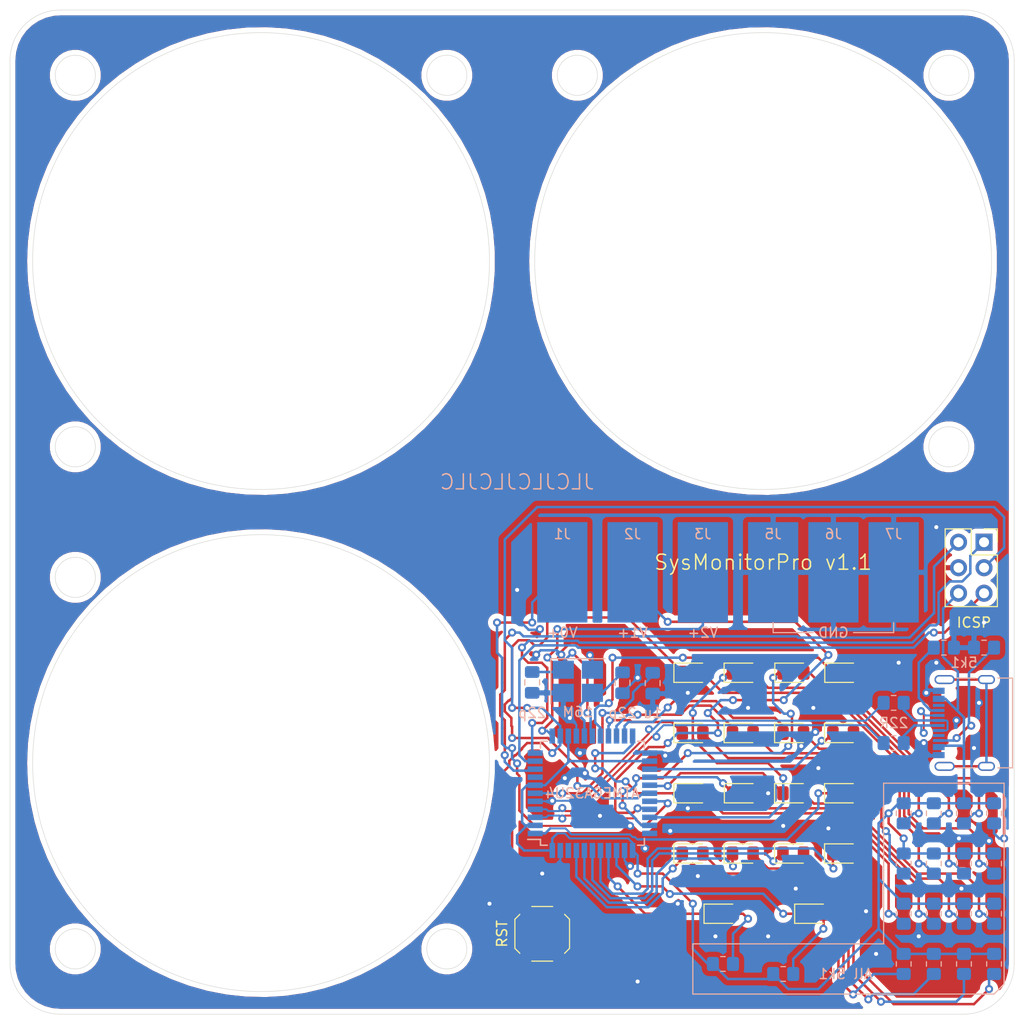
<source format=kicad_pcb>
(kicad_pcb (version 20171130) (host pcbnew "(5.1.10)-1")
  (layers (0 F.Cu signal) (31 B.Cu signal) (34 B.Paste user) (35 F.Paste user) (36 B.SilkS user) (37 F.SilkS user) (38 B.Mask user) (39 F.Mask user) (44 Edge.Cuts user))
  (net 0 "")
  (net 1 GNDREF)
  (net 2 "Net-(U1-Pad42)")
  (net 3 "Net-(U1-Pad33)")
  (net 4 "Net-(U1-Pad8)")
  (net 5 "Net-(P1-PadB5)")
  (net 6 "Net-(P1-PadA5)")
  (net 7 "Net-(P1-PadA7)")
  (net 8 "Net-(P1-PadA6)")
  (net 9 "Net-(P1-PadS1)")
  (net 10 "Net-(C1-Pad1)")
  (net 11 "Net-(C2-Pad1)")
  (net 12 "Net-(C3-Pad1)")
  (net 13 "Net-(D1-Pad2)")
  (net 14 "Net-(D1-Pad1)")
  (net 15 "Net-(D2-Pad2)")
  (net 16 "Net-(D2-Pad1)")
  (net 17 "Net-(D3-Pad2)")
  (net 18 "Net-(D3-Pad1)")
  (net 19 "Net-(D4-Pad2)")
  (net 20 "Net-(D4-Pad1)")
  (net 21 "Net-(D5-Pad2)")
  (net 22 "Net-(D5-Pad1)")
  (net 23 "Net-(D6-Pad2)")
  (net 24 "Net-(D6-Pad1)")
  (net 25 "Net-(D7-Pad2)")
  (net 26 "Net-(D7-Pad1)")
  (net 27 "Net-(D8-Pad2)")
  (net 28 "Net-(D8-Pad1)")
  (net 29 "Net-(D9-Pad2)")
  (net 30 "Net-(D9-Pad1)")
  (net 31 "Net-(D10-Pad2)")
  (net 32 "Net-(D10-Pad1)")
  (net 33 "Net-(D11-Pad2)")
  (net 34 "Net-(D11-Pad1)")
  (net 35 "Net-(D12-Pad2)")
  (net 36 "Net-(D12-Pad1)")
  (net 37 "Net-(D13-Pad2)")
  (net 38 "Net-(D13-Pad1)")
  (net 39 "Net-(D14-Pad2)")
  (net 40 "Net-(D14-Pad1)")
  (net 41 "Net-(D15-Pad2)")
  (net 42 "Net-(D15-Pad1)")
  (net 43 "Net-(D16-Pad2)")
  (net 44 "Net-(D16-Pad1)")
  (net 45 "Net-(D17-Pad2)")
  (net 46 "Net-(D17-Pad1)")
  (net 47 "Net-(D18-Pad2)")
  (net 48 "Net-(D18-Pad1)")
  (net 49 "Net-(J1-Pad1)")
  (net 50 "Net-(J2-Pad1)")
  (net 51 "Net-(J3-Pad1)")
  (net 52 VTG)
  (net 53 MOSI)
  (net 54 RST)
  (net 55 SCK)
  (net 56 MISO)
  (net 57 "Net-(P1-PadA8)")
  (net 58 "Net-(P1-PadB8)")
  (net 59 /D-)
  (net 60 /D+)
  (module Crystal:Crystal_SMD_3225-4Pin_3.2x2.5mm_HandSoldering (layer B.Cu) (at 116.55 126.85)
    (fp_text reference 16M (at 0 3.05) (layer B.SilkS) (effects (justify mirror)))
    (fp_text value XTAL)
    (pad 4 smd rect (at -1.45 1.15) (size 2.1 1.8) (layers B.Cu B.Paste B.Mask) (net 1 GNDREF))
    (pad 3 smd rect (at 1.45 1.15) (size 2.1 1.8) (layers B.Cu B.Paste B.Mask) (net 11 "Net-(C2-Pad1)"))
    (pad 2 smd rect (at 1.45 -1.15) (size 2.1 1.8) (layers B.Cu B.Paste B.Mask) (net 1 GNDREF))
    (pad 1 smd rect (at -1.45 -1.15) (size 2.1 1.8) (layers B.Cu B.Paste B.Mask) (net 10 "Net-(C1-Pad1)"))
  )
  (module Resistor_SMD:R_0805_2012Metric_Pad1.20x1.40mm_HandSolder (layer B.Cu) (at 137 156)
    (fp_text reference R22)
    (fp_text value 4k7)
    (pad 2 smd roundrect (at 1 0) (size 1.2 1.4) (layers B.Cu B.Paste B.Mask) (roundrect_rratio 0.2083325) (net 47 "Net-(D18-Pad2)"))
    (pad 1 smd roundrect (at -1 0) (size 1.2 1.4) (layers B.Cu B.Paste B.Mask) (roundrect_rratio 0.2083325) (net 52 VTG))
  )
  (module Resistor_SMD:R_0805_2012Metric_Pad1.20x1.40mm_HandSolder (layer B.Cu) (at 131 155)
    (fp_text reference R21)
    (fp_text value 4k7)
    (pad 2 smd roundrect (at 1 0) (size 1.2 1.4) (layers B.Cu B.Paste B.Mask) (roundrect_rratio 0.2083325) (net 45 "Net-(D17-Pad2)"))
    (pad 1 smd roundrect (at -1 0) (size 1.2 1.4) (layers B.Cu B.Paste B.Mask) (roundrect_rratio 0.2083325) (net 52 VTG))
  )
  (module Resistor_SMD:R_0805_2012Metric_Pad1.20x1.40mm_HandSolder (layer B.Cu) (at 158 155 270)
    (fp_text reference R20)
    (fp_text value 4k7)
    (pad 2 smd roundrect (at 1 0 270) (size 1.2 1.4) (layers B.Cu B.Paste B.Mask) (roundrect_rratio 0.2083325) (net 43 "Net-(D16-Pad2)"))
    (pad 1 smd roundrect (at -1 0 270) (size 1.2 1.4) (layers B.Cu B.Paste B.Mask) (roundrect_rratio 0.2083325) (net 52 VTG))
  )
  (module Resistor_SMD:R_0805_2012Metric_Pad1.20x1.40mm_HandSolder (layer B.Cu) (at 155 155 270)
    (fp_text reference R19)
    (fp_text value 4k7)
    (pad 2 smd roundrect (at 1 0 270) (size 1.2 1.4) (layers B.Cu B.Paste B.Mask) (roundrect_rratio 0.2083325) (net 41 "Net-(D15-Pad2)"))
    (pad 1 smd roundrect (at -1 0 270) (size 1.2 1.4) (layers B.Cu B.Paste B.Mask) (roundrect_rratio 0.2083325) (net 52 VTG))
  )
  (module Resistor_SMD:R_0805_2012Metric_Pad1.20x1.40mm_HandSolder (layer B.Cu) (at 152 155 270)
    (fp_text reference R18)
    (fp_text value 4k7)
    (pad 2 smd roundrect (at 1 0 270) (size 1.2 1.4) (layers B.Cu B.Paste B.Mask) (roundrect_rratio 0.2083325) (net 39 "Net-(D14-Pad2)"))
    (pad 1 smd roundrect (at -1 0 270) (size 1.2 1.4) (layers B.Cu B.Paste B.Mask) (roundrect_rratio 0.2083325) (net 52 VTG))
  )
  (module Resistor_SMD:R_0805_2012Metric_Pad1.20x1.40mm_HandSolder (layer B.Cu) (at 149 155 270)
    (fp_text reference R17)
    (fp_text value 4k7)
    (pad 2 smd roundrect (at 1 0 270) (size 1.2 1.4) (layers B.Cu B.Paste B.Mask) (roundrect_rratio 0.2083325) (net 37 "Net-(D13-Pad2)"))
    (pad 1 smd roundrect (at -1 0 270) (size 1.2 1.4) (layers B.Cu B.Paste B.Mask) (roundrect_rratio 0.2083325) (net 52 VTG))
  )
  (module Resistor_SMD:R_0805_2012Metric_Pad1.20x1.40mm_HandSolder (layer B.Cu) (at 158 150 270)
    (fp_text reference R16)
    (fp_text value 4k7)
    (pad 2 smd roundrect (at 1 0 270) (size 1.2 1.4) (layers B.Cu B.Paste B.Mask) (roundrect_rratio 0.2083325) (net 35 "Net-(D12-Pad2)"))
    (pad 1 smd roundrect (at -1 0 270) (size 1.2 1.4) (layers B.Cu B.Paste B.Mask) (roundrect_rratio 0.2083325) (net 52 VTG))
  )
  (module Resistor_SMD:R_0805_2012Metric_Pad1.20x1.40mm_HandSolder (layer B.Cu) (at 155 150 270)
    (fp_text reference R15)
    (fp_text value 4k7)
    (pad 2 smd roundrect (at 1 0 270) (size 1.2 1.4) (layers B.Cu B.Paste B.Mask) (roundrect_rratio 0.2083325) (net 33 "Net-(D11-Pad2)"))
    (pad 1 smd roundrect (at -1 0 270) (size 1.2 1.4) (layers B.Cu B.Paste B.Mask) (roundrect_rratio 0.2083325) (net 52 VTG))
  )
  (module Resistor_SMD:R_0805_2012Metric_Pad1.20x1.40mm_HandSolder (layer B.Cu) (at 152 150 270)
    (fp_text reference R14)
    (fp_text value 4k7)
    (pad 2 smd roundrect (at 1 0 270) (size 1.2 1.4) (layers B.Cu B.Paste B.Mask) (roundrect_rratio 0.2083325) (net 31 "Net-(D10-Pad2)"))
    (pad 1 smd roundrect (at -1 0 270) (size 1.2 1.4) (layers B.Cu B.Paste B.Mask) (roundrect_rratio 0.2083325) (net 52 VTG))
  )
  (module Resistor_SMD:R_0805_2012Metric_Pad1.20x1.40mm_HandSolder (layer B.Cu) (at 149 150 270)
    (fp_text reference R13)
    (fp_text value 4k7)
    (pad 2 smd roundrect (at 1 0 270) (size 1.2 1.4) (layers B.Cu B.Paste B.Mask) (roundrect_rratio 0.2083325) (net 29 "Net-(D9-Pad2)"))
    (pad 1 smd roundrect (at -1 0 270) (size 1.2 1.4) (layers B.Cu B.Paste B.Mask) (roundrect_rratio 0.2083325) (net 52 VTG))
  )
  (module Resistor_SMD:R_0805_2012Metric_Pad1.20x1.40mm_HandSolder (layer B.Cu) (at 158 145 270)
    (fp_text reference R12)
    (fp_text value 4k7)
    (pad 2 smd roundrect (at 1 0 270) (size 1.2 1.4) (layers B.Cu B.Paste B.Mask) (roundrect_rratio 0.2083325) (net 27 "Net-(D8-Pad2)"))
    (pad 1 smd roundrect (at -1 0 270) (size 1.2 1.4) (layers B.Cu B.Paste B.Mask) (roundrect_rratio 0.2083325) (net 52 VTG))
  )
  (module Resistor_SMD:R_0805_2012Metric_Pad1.20x1.40mm_HandSolder (layer B.Cu) (at 155 145 270)
    (fp_text reference R11)
    (fp_text value 4k7)
    (pad 2 smd roundrect (at 1 0 270) (size 1.2 1.4) (layers B.Cu B.Paste B.Mask) (roundrect_rratio 0.2083325) (net 25 "Net-(D7-Pad2)"))
    (pad 1 smd roundrect (at -1 0 270) (size 1.2 1.4) (layers B.Cu B.Paste B.Mask) (roundrect_rratio 0.2083325) (net 52 VTG))
  )
  (module Resistor_SMD:R_0805_2012Metric_Pad1.20x1.40mm_HandSolder (layer B.Cu) (at 152 145 270)
    (fp_text reference R10)
    (fp_text value 4k7)
    (pad 2 smd roundrect (at 1 0 270) (size 1.2 1.4) (layers B.Cu B.Paste B.Mask) (roundrect_rratio 0.2083325) (net 23 "Net-(D6-Pad2)"))
    (pad 1 smd roundrect (at -1 0 270) (size 1.2 1.4) (layers B.Cu B.Paste B.Mask) (roundrect_rratio 0.2083325) (net 52 VTG))
  )
  (module Resistor_SMD:R_0805_2012Metric_Pad1.20x1.40mm_HandSolder (layer B.Cu) (at 149 145 270)
    (fp_text reference R9)
    (fp_text value 4k7)
    (pad 2 smd roundrect (at 1 0 270) (size 1.2 1.4) (layers B.Cu B.Paste B.Mask) (roundrect_rratio 0.2083325) (net 21 "Net-(D5-Pad2)"))
    (pad 1 smd roundrect (at -1 0 270) (size 1.2 1.4) (layers B.Cu B.Paste B.Mask) (roundrect_rratio 0.2083325) (net 52 VTG))
  )
  (module Resistor_SMD:R_0805_2012Metric_Pad1.20x1.40mm_HandSolder (layer B.Cu) (at 158 140 270)
    (fp_text reference R8)
    (fp_text value 4k7)
    (pad 2 smd roundrect (at 1 0 270) (size 1.2 1.4) (layers B.Cu B.Paste B.Mask) (roundrect_rratio 0.2083325) (net 19 "Net-(D4-Pad2)"))
    (pad 1 smd roundrect (at -1 0 270) (size 1.2 1.4) (layers B.Cu B.Paste B.Mask) (roundrect_rratio 0.2083325) (net 52 VTG))
  )
  (module Resistor_SMD:R_0805_2012Metric_Pad1.20x1.40mm_HandSolder (layer B.Cu) (at 155 140 270)
    (fp_text reference R7)
    (fp_text value 4k7)
    (pad 2 smd roundrect (at 1 0 270) (size 1.2 1.4) (layers B.Cu B.Paste B.Mask) (roundrect_rratio 0.2083325) (net 17 "Net-(D3-Pad2)"))
    (pad 1 smd roundrect (at -1 0 270) (size 1.2 1.4) (layers B.Cu B.Paste B.Mask) (roundrect_rratio 0.2083325) (net 52 VTG))
  )
  (module Resistor_SMD:R_0805_2012Metric_Pad1.20x1.40mm_HandSolder (layer B.Cu) (at 152 140 270)
    (fp_text reference R6)
    (fp_text value 4k7)
    (pad 2 smd roundrect (at 1 0 270) (size 1.2 1.4) (layers B.Cu B.Paste B.Mask) (roundrect_rratio 0.2083325) (net 15 "Net-(D2-Pad2)"))
    (pad 1 smd roundrect (at -1 0 270) (size 1.2 1.4) (layers B.Cu B.Paste B.Mask) (roundrect_rratio 0.2083325) (net 52 VTG))
  )
  (module Resistor_SMD:R_0805_2012Metric_Pad1.20x1.40mm_HandSolder (layer B.Cu) (at 149 140 270)
    (fp_text reference R5)
    (fp_text value 4k7)
    (pad 2 smd roundrect (at 1 0 270) (size 1.2 1.4) (layers B.Cu B.Paste B.Mask) (roundrect_rratio 0.2083325) (net 13 "Net-(D1-Pad2)"))
    (pad 1 smd roundrect (at -1 0 270) (size 1.2 1.4) (layers B.Cu B.Paste B.Mask) (roundrect_rratio 0.2083325) (net 52 VTG))
  )
  (module Resistor_SMD:R_0805_2012Metric_Pad1.20x1.40mm_HandSolder (layer B.Cu) (at 157 123.5 180)
    (fp_text reference 5k1 (at 2 -1.5) (layer B.SilkS) (effects (justify mirror)))
    (fp_text value 5k1)
    (pad 2 smd roundrect (at 1 0 180) (size 1.2 1.4) (layers B.Cu B.Paste B.Mask) (roundrect_rratio 0.2083325) (net 1 GNDREF))
    (pad 1 smd roundrect (at -1 0 180) (size 1.2 1.4) (layers B.Cu B.Paste B.Mask) (roundrect_rratio 0.2083325) (net 5 "Net-(P1-PadB5)"))
  )
  (module Resistor_SMD:R_0805_2012Metric_Pad1.20x1.40mm_HandSolder (layer B.Cu) (at 153 123.5)
    (fp_text reference R3)
    (fp_text value 5k1)
    (pad 2 smd roundrect (at 1 0) (size 1.2 1.4) (layers B.Cu B.Paste B.Mask) (roundrect_rratio 0.2083325) (net 1 GNDREF))
    (pad 1 smd roundrect (at -1 0) (size 1.2 1.4) (layers B.Cu B.Paste B.Mask) (roundrect_rratio 0.2083325) (net 6 "Net-(P1-PadA5)"))
  )
  (module Resistor_SMD:R_0805_2012Metric_Pad1.20x1.40mm_HandSolder (layer B.Cu) (at 148 129 180)
    (fp_text reference R2)
    (fp_text value 22)
    (pad 2 smd roundrect (at 1 0 180) (size 1.2 1.4) (layers B.Cu B.Paste B.Mask) (roundrect_rratio 0.2083325) (net 60 /D+))
    (pad 1 smd roundrect (at -1 0 180) (size 1.2 1.4) (layers B.Cu B.Paste B.Mask) (roundrect_rratio 0.2083325) (net 8 "Net-(P1-PadA6)"))
  )
  (module Resistor_SMD:R_0805_2012Metric_Pad1.20x1.40mm_HandSolder (layer B.Cu) (at 148 133 180)
    (fp_text reference 22R (at 0 2) (layer B.SilkS) (effects (justify mirror)))
    (fp_text value 22)
    (pad 2 smd roundrect (at 1 0 180) (size 1.2 1.4) (layers B.Cu B.Paste B.Mask) (roundrect_rratio 0.2083325) (net 59 /D-))
    (pad 1 smd roundrect (at -1 0 180) (size 1.2 1.4) (layers B.Cu B.Paste B.Mask) (roundrect_rratio 0.2083325) (net 7 "Net-(P1-PadA7)"))
  )
  (module Connector_Wire:SolderWirePad_1x01_SMD_5x10mm (layer B.Cu) (at 148 116 180)
    (fp_text reference J7 (at 0 3.81) (layer B.SilkS) (effects (justify mirror)))
    (fp_text value V2-)
    (pad 1 smd rect (at 0 0 180) (size 5 10) (layers B.Cu B.Paste B.Mask) (net 1 GNDREF))
  )
  (module Connector_Wire:SolderWirePad_1x01_SMD_5x10mm (layer B.Cu) (at 142 116 180)
    (fp_text reference J6 (at 0 3.81) (layer B.SilkS) (effects (justify mirror)))
    (fp_text value V1-)
    (pad 1 smd rect (at 0 0 180) (size 5 10) (layers B.Cu B.Paste B.Mask) (net 1 GNDREF))
  )
  (module Connector_Wire:SolderWirePad_1x01_SMD_5x10mm (layer B.Cu) (at 136 116 180)
    (fp_text reference J5 (at 0 3.81) (layer B.SilkS) (effects (justify mirror)))
    (fp_text value V0-)
    (pad 1 smd rect (at 0 0 180) (size 5 10) (layers B.Cu B.Paste B.Mask) (net 1 GNDREF))
  )
  (module Connector_PinSocket_2.54mm:PinSocket_2x03_P2.54mm_Vertical (layer F.Cu) (at 157 113)
    (fp_text reference ICSP (at -1 8) (layer F.SilkS))
    (fp_text value Conn_02x03_Counter_Clockwise)
    (pad 6 thru_hole oval (at -2.54 5.08) (size 1.7 1.7) (drill 1) (layers *.Cu *.Mask) (net 52 VTG))
    (pad 5 thru_hole oval (at 0 5.08) (size 1.7 1.7) (drill 1) (layers *.Cu *.Mask) (net 53 MOSI))
    (pad 4 thru_hole oval (at -2.54 2.54) (size 1.7 1.7) (drill 1) (layers *.Cu *.Mask) (net 1 GNDREF))
    (pad 3 thru_hole oval (at 0 2.54) (size 1.7 1.7) (drill 1) (layers *.Cu *.Mask) (net 54 RST))
    (pad 2 thru_hole oval (at -2.54 0) (size 1.7 1.7) (drill 1) (layers *.Cu *.Mask) (net 55 SCK))
    (pad 1 thru_hole rect (at 0 0) (size 1.7 1.7) (drill 1) (layers *.Cu *.Mask) (net 56 MISO))
  )
  (module Connector_Wire:SolderWirePad_1x01_SMD_5x10mm (layer B.Cu) (at 129 116 180)
    (fp_text reference J3 (at 0 3.81) (layer B.SilkS) (effects (justify mirror)))
    (fp_text value V2+)
    (pad 1 smd rect (at 0 0 180) (size 5 10) (layers B.Cu B.Paste B.Mask) (net 51 "Net-(J3-Pad1)"))
  )
  (module Connector_Wire:SolderWirePad_1x01_SMD_5x10mm (layer B.Cu) (at 122 116 180)
    (fp_text reference J2 (at 0 3.81) (layer B.SilkS) (effects (justify mirror)))
    (fp_text value V1+)
    (pad 1 smd rect (at 0 0 180) (size 5 10) (layers B.Cu B.Paste B.Mask) (net 50 "Net-(J2-Pad1)"))
  )
  (module Connector_Wire:SolderWirePad_1x01_SMD_5x10mm (layer B.Cu) (at 115 116 180)
    (fp_text reference J1 (at 0 3.81) (layer B.SilkS) (effects (justify mirror)))
    (fp_text value V0+)
    (pad 1 smd rect (at 0 0 180) (size 5 10) (layers B.Cu B.Paste B.Mask) (net 49 "Net-(J1-Pad1)"))
  )
  (module Diode_SMD:D_0805_2012Metric_Pad1.15x1.40mm_HandSolder (layer F.Cu) (at 140 150)
    (fp_text reference D18)
    (fp_text value LED)
    (pad 2 smd roundrect (at 1.025 0) (size 1.15 1.4) (layers F.Cu F.Paste F.Mask) (roundrect_rratio 0.2173904347826087) (net 47 "Net-(D18-Pad2)"))
    (pad 1 smd roundrect (at -1.025 0) (size 1.15 1.4) (layers F.Cu F.Paste F.Mask) (roundrect_rratio 0.2173904347826087) (net 48 "Net-(D18-Pad1)"))
  )
  (module Diode_SMD:D_0805_2012Metric_Pad1.15x1.40mm_HandSolder (layer F.Cu) (at 130.975 150)
    (fp_text reference D17)
    (fp_text value LED)
    (pad 2 smd roundrect (at 1.025 0) (size 1.15 1.4) (layers F.Cu F.Paste F.Mask) (roundrect_rratio 0.2173904347826087) (net 45 "Net-(D17-Pad2)"))
    (pad 1 smd roundrect (at -1.025 0) (size 1.15 1.4) (layers F.Cu F.Paste F.Mask) (roundrect_rratio 0.2173904347826087) (net 46 "Net-(D17-Pad1)"))
  )
  (module Diode_SMD:D_0805_2012Metric_Pad1.15x1.40mm_HandSolder (layer F.Cu) (at 142.975 144)
    (fp_text reference D16)
    (fp_text value LED)
    (pad 2 smd roundrect (at 1.025 0) (size 1.15 1.4) (layers F.Cu F.Paste F.Mask) (roundrect_rratio 0.2173904347826087) (net 43 "Net-(D16-Pad2)"))
    (pad 1 smd roundrect (at -1.025 0) (size 1.15 1.4) (layers F.Cu F.Paste F.Mask) (roundrect_rratio 0.2173904347826087) (net 44 "Net-(D16-Pad1)"))
  )
  (module Diode_SMD:D_0805_2012Metric_Pad1.15x1.40mm_HandSolder (layer F.Cu) (at 138 144)
    (fp_text reference D15)
    (fp_text value LED)
    (pad 2 smd roundrect (at 1.025 0) (size 1.15 1.4) (layers F.Cu F.Paste F.Mask) (roundrect_rratio 0.2173904347826087) (net 41 "Net-(D15-Pad2)"))
    (pad 1 smd roundrect (at -1.025 0) (size 1.15 1.4) (layers F.Cu F.Paste F.Mask) (roundrect_rratio 0.2173904347826087) (net 42 "Net-(D15-Pad1)"))
  )
  (module Diode_SMD:D_0805_2012Metric_Pad1.15x1.40mm_HandSolder (layer F.Cu) (at 132.975 144)
    (fp_text reference D14)
    (fp_text value LED)
    (pad 2 smd roundrect (at 1.025 0) (size 1.15 1.4) (layers F.Cu F.Paste F.Mask) (roundrect_rratio 0.2173904347826087) (net 39 "Net-(D14-Pad2)"))
    (pad 1 smd roundrect (at -1.025 0) (size 1.15 1.4) (layers F.Cu F.Paste F.Mask) (roundrect_rratio 0.2173904347826087) (net 40 "Net-(D14-Pad1)"))
  )
  (module Diode_SMD:D_0805_2012Metric_Pad1.15x1.40mm_HandSolder (layer F.Cu) (at 127.975 144)
    (fp_text reference D13)
    (fp_text value LED)
    (pad 2 smd roundrect (at 1.025 0) (size 1.15 1.4) (layers F.Cu F.Paste F.Mask) (roundrect_rratio 0.2173904347826087) (net 37 "Net-(D13-Pad2)"))
    (pad 1 smd roundrect (at -1.025 0) (size 1.15 1.4) (layers F.Cu F.Paste F.Mask) (roundrect_rratio 0.2173904347826087) (net 38 "Net-(D13-Pad1)"))
  )
  (module Diode_SMD:D_0805_2012Metric_Pad1.15x1.40mm_HandSolder (layer F.Cu) (at 142.975 138)
    (fp_text reference D12)
    (fp_text value LED)
    (pad 2 smd roundrect (at 1.025 0) (size 1.15 1.4) (layers F.Cu F.Paste F.Mask) (roundrect_rratio 0.2173904347826087) (net 35 "Net-(D12-Pad2)"))
    (pad 1 smd roundrect (at -1.025 0) (size 1.15 1.4) (layers F.Cu F.Paste F.Mask) (roundrect_rratio 0.2173904347826087) (net 36 "Net-(D12-Pad1)"))
  )
  (module Diode_SMD:D_0805_2012Metric_Pad1.15x1.40mm_HandSolder (layer F.Cu) (at 138 138)
    (fp_text reference D11)
    (fp_text value LED)
    (pad 2 smd roundrect (at 1.025 0) (size 1.15 1.4) (layers F.Cu F.Paste F.Mask) (roundrect_rratio 0.2173904347826087) (net 33 "Net-(D11-Pad2)"))
    (pad 1 smd roundrect (at -1.025 0) (size 1.15 1.4) (layers F.Cu F.Paste F.Mask) (roundrect_rratio 0.2173904347826087) (net 34 "Net-(D11-Pad1)"))
  )
  (module Diode_SMD:D_0805_2012Metric_Pad1.15x1.40mm_HandSolder (layer F.Cu) (at 133 138)
    (fp_text reference D10)
    (fp_text value LED)
    (pad 2 smd roundrect (at 1.025 0) (size 1.15 1.4) (layers F.Cu F.Paste F.Mask) (roundrect_rratio 0.2173904347826087) (net 31 "Net-(D10-Pad2)"))
    (pad 1 smd roundrect (at -1.025 0) (size 1.15 1.4) (layers F.Cu F.Paste F.Mask) (roundrect_rratio 0.2173904347826087) (net 32 "Net-(D10-Pad1)"))
  )
  (module Diode_SMD:D_0805_2012Metric_Pad1.15x1.40mm_HandSolder (layer F.Cu) (at 127.975 138)
    (fp_text reference D9)
    (fp_text value LED)
    (pad 2 smd roundrect (at 1.025 0) (size 1.15 1.4) (layers F.Cu F.Paste F.Mask) (roundrect_rratio 0.2173904347826087) (net 29 "Net-(D9-Pad2)"))
    (pad 1 smd roundrect (at -1.025 0) (size 1.15 1.4) (layers F.Cu F.Paste F.Mask) (roundrect_rratio 0.2173904347826087) (net 30 "Net-(D9-Pad1)"))
  )
  (module Diode_SMD:D_0805_2012Metric_Pad1.15x1.40mm_HandSolder (layer F.Cu) (at 142.975 132)
    (fp_text reference D8)
    (fp_text value LED)
    (pad 2 smd roundrect (at 1.025 0) (size 1.15 1.4) (layers F.Cu F.Paste F.Mask) (roundrect_rratio 0.2173904347826087) (net 27 "Net-(D8-Pad2)"))
    (pad 1 smd roundrect (at -1.025 0) (size 1.15 1.4) (layers F.Cu F.Paste F.Mask) (roundrect_rratio 0.2173904347826087) (net 28 "Net-(D8-Pad1)"))
  )
  (module Diode_SMD:D_0805_2012Metric_Pad1.15x1.40mm_HandSolder (layer F.Cu) (at 138 132)
    (fp_text reference D7)
    (fp_text value LED)
    (pad 2 smd roundrect (at 1.025 0) (size 1.15 1.4) (layers F.Cu F.Paste F.Mask) (roundrect_rratio 0.2173904347826087) (net 25 "Net-(D7-Pad2)"))
    (pad 1 smd roundrect (at -1.025 0) (size 1.15 1.4) (layers F.Cu F.Paste F.Mask) (roundrect_rratio 0.2173904347826087) (net 26 "Net-(D7-Pad1)"))
  )
  (module Diode_SMD:D_0805_2012Metric_Pad1.15x1.40mm_HandSolder (layer F.Cu) (at 132.975 132)
    (fp_text reference D6)
    (fp_text value LED)
    (pad 2 smd roundrect (at 1.025 0) (size 1.15 1.4) (layers F.Cu F.Paste F.Mask) (roundrect_rratio 0.2173904347826087) (net 23 "Net-(D6-Pad2)"))
    (pad 1 smd roundrect (at -1.025 0) (size 1.15 1.4) (layers F.Cu F.Paste F.Mask) (roundrect_rratio 0.2173904347826087) (net 24 "Net-(D6-Pad1)"))
  )
  (module Diode_SMD:D_0805_2012Metric_Pad1.15x1.40mm_HandSolder (layer F.Cu) (at 127.975 132)
    (fp_text reference D5)
    (fp_text value LED)
    (pad 2 smd roundrect (at 1.025 0) (size 1.15 1.4) (layers F.Cu F.Paste F.Mask) (roundrect_rratio 0.2173904347826087) (net 21 "Net-(D5-Pad2)"))
    (pad 1 smd roundrect (at -1.025 0) (size 1.15 1.4) (layers F.Cu F.Paste F.Mask) (roundrect_rratio 0.2173904347826087) (net 22 "Net-(D5-Pad1)"))
  )
  (module Diode_SMD:D_0805_2012Metric_Pad1.15x1.40mm_HandSolder (layer F.Cu) (at 143 126)
    (fp_text reference D4)
    (fp_text value LED)
    (pad 2 smd roundrect (at 1.025 0) (size 1.15 1.4) (layers F.Cu F.Paste F.Mask) (roundrect_rratio 0.2173904347826087) (net 19 "Net-(D4-Pad2)"))
    (pad 1 smd roundrect (at -1.025 0) (size 1.15 1.4) (layers F.Cu F.Paste F.Mask) (roundrect_rratio 0.2173904347826087) (net 20 "Net-(D4-Pad1)"))
  )
  (module Diode_SMD:D_0805_2012Metric_Pad1.15x1.40mm_HandSolder (layer F.Cu) (at 138.025 126)
    (fp_text reference D3)
    (fp_text value LED)
    (pad 2 smd roundrect (at 1.025 0) (size 1.15 1.4) (layers F.Cu F.Paste F.Mask) (roundrect_rratio 0.2173904347826087) (net 17 "Net-(D3-Pad2)"))
    (pad 1 smd roundrect (at -1.025 0) (size 1.15 1.4) (layers F.Cu F.Paste F.Mask) (roundrect_rratio 0.2173904347826087) (net 18 "Net-(D3-Pad1)"))
  )
  (module Diode_SMD:D_0805_2012Metric_Pad1.15x1.40mm_HandSolder (layer F.Cu) (at 132.975 126)
    (fp_text reference D2)
    (fp_text value LED)
    (pad 2 smd roundrect (at 1.025 0) (size 1.15 1.4) (layers F.Cu F.Paste F.Mask) (roundrect_rratio 0.2173904347826087) (net 15 "Net-(D2-Pad2)"))
    (pad 1 smd roundrect (at -1.025 0) (size 1.15 1.4) (layers F.Cu F.Paste F.Mask) (roundrect_rratio 0.2173904347826087) (net 16 "Net-(D2-Pad1)"))
  )
  (module Diode_SMD:D_0805_2012Metric_Pad1.15x1.40mm_HandSolder (layer F.Cu) (at 127.975 126)
    (fp_text reference D1)
    (fp_text value LED)
    (pad 2 smd roundrect (at 1.025 0) (size 1.15 1.4) (layers F.Cu F.Paste F.Mask) (roundrect_rratio 0.2173904347826087) (net 13 "Net-(D1-Pad2)"))
    (pad 1 smd roundrect (at -1.025 0) (size 1.15 1.4) (layers F.Cu F.Paste F.Mask) (roundrect_rratio 0.2173904347826087) (net 14 "Net-(D1-Pad1)"))
  )
  (module Capacitor_SMD:C_0805_2012Metric_Pad1.18x1.45mm_HandSolder (layer B.Cu) (at 124 127.0375 270)
    (fp_text reference 1u (at 2.9625 0) (layer B.SilkS) (effects (justify mirror)))
    (fp_text value 1u)
    (pad 2 smd roundrect (at 1.0375 0 270) (size 1.175 1.45) (layers B.Cu B.Paste B.Mask) (roundrect_rratio 0.2127659574468085) (net 1 GNDREF))
    (pad 1 smd roundrect (at -1.0375 0 270) (size 1.175 1.45) (layers B.Cu B.Paste B.Mask) (roundrect_rratio 0.2127659574468085) (net 12 "Net-(C3-Pad1)"))
  )
  (module Capacitor_SMD:C_0805_2012Metric_Pad1.18x1.45mm_HandSolder (layer B.Cu) (at 121 127 270)
    (fp_text reference 22p (at 3 0) (layer B.SilkS) (effects (justify mirror)))
    (fp_text value 22p)
    (pad 2 smd roundrect (at 1.0375 0 270) (size 1.175 1.45) (layers B.Cu B.Paste B.Mask) (roundrect_rratio 0.2127659574468085) (net 1 GNDREF))
    (pad 1 smd roundrect (at -1.0375 0 270) (size 1.175 1.45) (layers B.Cu B.Paste B.Mask) (roundrect_rratio 0.2127659574468085) (net 11 "Net-(C2-Pad1)"))
  )
  (module Capacitor_SMD:C_0805_2012Metric_Pad1.18x1.45mm_HandSolder (layer B.Cu) (at 112 126.9625 270)
    (fp_text reference 22p (at 3.0375 0) (layer B.SilkS) (effects (justify mirror)))
    (fp_text value 22p)
    (pad 2 smd roundrect (at 1.0375 0 270) (size 1.175 1.45) (layers B.Cu B.Paste B.Mask) (roundrect_rratio 0.2127659574468085) (net 1 GNDREF))
    (pad 1 smd roundrect (at -1.0375 0 270) (size 1.175 1.45) (layers B.Cu B.Paste B.Mask) (roundrect_rratio 0.2127659574468085) (net 10 "Net-(C1-Pad1)"))
  )
  (module Button_Switch_SMD:SW_SPST_SKQG_WithStem (layer F.Cu) (at 113 152 270)
    (fp_text reference RST (at 0 4 270) (layer F.SilkS))
    (fp_text value SW_Push)
    (pad 2 smd rect (at 3.1 1.85 270) (size 1.8 1.1) (layers F.Cu F.Paste F.Mask) (net 54 RST))
    (pad 2 smd rect (at -3.1 1.85 270) (size 1.8 1.1) (layers F.Cu F.Paste F.Mask) (net 54 RST))
    (pad 1 smd rect (at 3.1 -1.85 270) (size 1.8 1.1) (layers F.Cu F.Paste F.Mask) (net 1 GNDREF))
    (pad 1 smd rect (at -3.1 -1.85 270) (size 1.8 1.1) (layers F.Cu F.Paste F.Mask) (net 1 GNDREF))
  )
  (module Connector_USB:USB_C_Receptacle_Palconn_UTC16-G (layer B.Cu) (at 155 131 270)
    (fp_text reference P1)
    (fp_text value USB_C_Plug_USB2.0)
    (pad A12 smd rect (at 3.2 2.51 270) (size 0.6 1.16) (layers B.Cu B.Paste B.Mask) (net 1 GNDREF))
    (pad A9 smd rect (at 2.4 2.51 270) (size 0.6 1.16) (layers B.Cu B.Paste B.Mask) (net 52 VTG))
    (pad B1 smd rect (at 3.2 2.51 270) (size 0.6 1.16) (layers B.Cu B.Paste B.Mask) (net 1 GNDREF))
    (pad B4 smd rect (at 2.4 2.51 270) (size 0.6 1.16) (layers B.Cu B.Paste B.Mask) (net 52 VTG))
    (pad B12 smd rect (at -3.2 2.51 270) (size 0.6 1.16) (layers B.Cu B.Paste B.Mask) (net 1 GNDREF))
    (pad A1 smd rect (at -3.2 2.51 270) (size 0.6 1.16) (layers B.Cu B.Paste B.Mask) (net 1 GNDREF))
    (pad B9 smd rect (at -2.4 2.51 270) (size 0.6 1.16) (layers B.Cu B.Paste B.Mask) (net 52 VTG))
    (pad A4 smd rect (at -2.4 2.51 270) (size 0.6 1.16) (layers B.Cu B.Paste B.Mask) (net 52 VTG))
    (pad "" np_thru_hole circle (at -2.89 1.45 90) (size 0.6 0.6) (drill 0.6) (layers *.Cu *.Mask))
    (pad "" np_thru_hole circle (at 2.89 1.45 90) (size 0.6 0.6) (drill 0.6) (layers *.Cu *.Mask))
    (pad B5 smd rect (at 1.75 2.51 90) (size 0.3 1.16) (layers B.Cu B.Paste B.Mask) (net 5 "Net-(P1-PadB5)"))
    (pad B6 smd rect (at 0.75 2.51 90) (size 0.3 1.16) (layers B.Cu B.Paste B.Mask) (net 8 "Net-(P1-PadA6)"))
    (pad A8 smd rect (at 1.25 2.51 90) (size 0.3 1.16) (layers B.Cu B.Paste B.Mask) (net 57 "Net-(P1-PadA8)"))
    (pad A5 smd rect (at -1.25 2.51 90) (size 0.3 1.16) (layers B.Cu B.Paste B.Mask) (net 6 "Net-(P1-PadA5)"))
    (pad B8 smd rect (at -1.75 2.51 90) (size 0.3 1.16) (layers B.Cu B.Paste B.Mask) (net 58 "Net-(P1-PadB8)"))
    (pad A7 smd rect (at 0.25 2.51 90) (size 0.3 1.16) (layers B.Cu B.Paste B.Mask) (net 7 "Net-(P1-PadA7)"))
    (pad A6 smd rect (at -0.25 2.51 90) (size 0.3 1.16) (layers B.Cu B.Paste B.Mask) (net 8 "Net-(P1-PadA6)"))
    (pad B7 smd rect (at -0.75 2.51 90) (size 0.3 1.16) (layers B.Cu B.Paste B.Mask) (net 7 "Net-(P1-PadA7)"))
    (pad S1 thru_hole oval (at 4.32 -2.24 180) (size 1.7 0.9) (drill oval 1.4 0.6) (layers *.Cu *.Mask) (net 9 "Net-(P1-PadS1)"))
    (pad S1 thru_hole oval (at -4.32 -2.24 180) (size 1.7 0.9) (drill oval 1.4 0.6) (layers *.Cu *.Mask) (net 9 "Net-(P1-PadS1)"))
    (pad S1 thru_hole oval (at 4.32 1.93 180) (size 2 0.9) (drill oval 1.7 0.6) (layers *.Cu *.Mask) (net 9 "Net-(P1-PadS1)"))
    (pad S1 thru_hole oval (at -4.32 1.93 180) (size 2 0.9) (drill oval 1.7 0.6) (layers *.Cu *.Mask) (net 9 "Net-(P1-PadS1)"))
  )
  (module Package_QFP:TQFP-44_10x10mm_P0.8mm (layer B.Cu) (at 118 138)
    (fp_text reference ATMEGA32U4 (at 0 0) (layer B.SilkS) (effects (justify mirror)))
    (fp_text value ATmega32U4-AU)
    (pad 44 smd rect (at -4 5.7 270) (size 1.5 0.55) (layers B.Cu B.Paste B.Mask) (net 52 VTG))
    (pad 43 smd rect (at -3.2 5.7 270) (size 1.5 0.55) (layers B.Cu B.Paste B.Mask) (net 1 GNDREF))
    (pad 42 smd rect (at -2.4 5.7 270) (size 1.5 0.55) (layers B.Cu B.Paste B.Mask) (net 2 "Net-(U1-Pad42)"))
    (pad 41 smd rect (at -1.6 5.7 270) (size 1.5 0.55) (layers B.Cu B.Paste B.Mask) (net 38 "Net-(D13-Pad1)"))
    (pad 40 smd rect (at -0.8 5.7 270) (size 1.5 0.55) (layers B.Cu B.Paste B.Mask) (net 40 "Net-(D14-Pad1)"))
    (pad 39 smd rect (at 0 5.7 270) (size 1.5 0.55) (layers B.Cu B.Paste B.Mask) (net 42 "Net-(D15-Pad1)"))
    (pad 38 smd rect (at 0.8 5.7 270) (size 1.5 0.55) (layers B.Cu B.Paste B.Mask) (net 44 "Net-(D16-Pad1)"))
    (pad 37 smd rect (at 1.6 5.7 270) (size 1.5 0.55) (layers B.Cu B.Paste B.Mask) (net 46 "Net-(D17-Pad1)"))
    (pad 36 smd rect (at 2.4 5.7 270) (size 1.5 0.55) (layers B.Cu B.Paste B.Mask) (net 48 "Net-(D18-Pad1)"))
    (pad 35 smd rect (at 3.2 5.7 270) (size 1.5 0.55) (layers B.Cu B.Paste B.Mask) (net 1 GNDREF))
    (pad 34 smd rect (at 4 5.7 270) (size 1.5 0.55) (layers B.Cu B.Paste B.Mask) (net 52 VTG))
    (pad 33 smd rect (at 5.7 4) (size 1.5 0.55) (layers B.Cu B.Paste B.Mask) (net 3 "Net-(U1-Pad33)"))
    (pad 32 smd rect (at 5.7 3.2) (size 1.5 0.55) (layers B.Cu B.Paste B.Mask) (net 18 "Net-(D3-Pad1)"))
    (pad 31 smd rect (at 5.7 2.4) (size 1.5 0.55) (layers B.Cu B.Paste B.Mask) (net 16 "Net-(D2-Pad1)"))
    (pad 30 smd rect (at 5.7 1.6) (size 1.5 0.55) (layers B.Cu B.Paste B.Mask) (net 50 "Net-(J2-Pad1)"))
    (pad 29 smd rect (at 5.7 0.8) (size 1.5 0.55) (layers B.Cu B.Paste B.Mask) (net 49 "Net-(J1-Pad1)"))
    (pad 28 smd rect (at 5.7 0) (size 1.5 0.55) (layers B.Cu B.Paste B.Mask) (net 14 "Net-(D1-Pad1)"))
    (pad 27 smd rect (at 5.7 -0.8) (size 1.5 0.55) (layers B.Cu B.Paste B.Mask) (net 34 "Net-(D11-Pad1)"))
    (pad 26 smd rect (at 5.7 -1.6) (size 1.5 0.55) (layers B.Cu B.Paste B.Mask) (net 32 "Net-(D10-Pad1)"))
    (pad 25 smd rect (at 5.7 -2.4) (size 1.5 0.55) (layers B.Cu B.Paste B.Mask) (net 28 "Net-(D8-Pad1)"))
    (pad 24 smd rect (at 5.7 -3.2) (size 1.5 0.55) (layers B.Cu B.Paste B.Mask) (net 52 VTG))
    (pad 23 smd rect (at 5.7 -4) (size 1.5 0.55) (layers B.Cu B.Paste B.Mask) (net 1 GNDREF))
    (pad 22 smd rect (at 4 -5.7 270) (size 1.5 0.55) (layers B.Cu B.Paste B.Mask) (net 30 "Net-(D9-Pad1)"))
    (pad 21 smd rect (at 3.2 -5.7 270) (size 1.5 0.55) (layers B.Cu B.Paste B.Mask) (net 26 "Net-(D7-Pad1)"))
    (pad 20 smd rect (at 2.4 -5.7 270) (size 1.5 0.55) (layers B.Cu B.Paste B.Mask) (net 24 "Net-(D6-Pad1)"))
    (pad 19 smd rect (at 1.6 -5.7 270) (size 1.5 0.55) (layers B.Cu B.Paste B.Mask) (net 22 "Net-(D5-Pad1)"))
    (pad 18 smd rect (at 0.8 -5.7 270) (size 1.5 0.55) (layers B.Cu B.Paste B.Mask) (net 20 "Net-(D4-Pad1)"))
    (pad 17 smd rect (at 0 -5.7 270) (size 1.5 0.55) (layers B.Cu B.Paste B.Mask) (net 10 "Net-(C1-Pad1)"))
    (pad 16 smd rect (at -0.8 -5.7 270) (size 1.5 0.55) (layers B.Cu B.Paste B.Mask) (net 11 "Net-(C2-Pad1)"))
    (pad 15 smd rect (at -1.6 -5.7 270) (size 1.5 0.55) (layers B.Cu B.Paste B.Mask) (net 1 GNDREF))
    (pad 14 smd rect (at -2.4 -5.7 270) (size 1.5 0.55) (layers B.Cu B.Paste B.Mask) (net 52 VTG))
    (pad 13 smd rect (at -3.2 -5.7 270) (size 1.5 0.55) (layers B.Cu B.Paste B.Mask) (net 54 RST))
    (pad 12 smd rect (at -4 -5.7 270) (size 1.5 0.55) (layers B.Cu B.Paste B.Mask) (net 51 "Net-(J3-Pad1)"))
    (pad 11 smd rect (at -5.7 -4) (size 1.5 0.55) (layers B.Cu B.Paste B.Mask) (net 56 MISO))
    (pad 10 smd rect (at -5.7 -3.2) (size 1.5 0.55) (layers B.Cu B.Paste B.Mask) (net 53 MOSI))
    (pad 9 smd rect (at -5.7 -2.4) (size 1.5 0.55) (layers B.Cu B.Paste B.Mask) (net 55 SCK))
    (pad 8 smd rect (at -5.7 -1.6) (size 1.5 0.55) (layers B.Cu B.Paste B.Mask) (net 4 "Net-(U1-Pad8)"))
    (pad 7 smd rect (at -5.7 -0.8) (size 1.5 0.55) (layers B.Cu B.Paste B.Mask) (net 52 VTG))
    (pad 6 smd rect (at -5.7 0) (size 1.5 0.55) (layers B.Cu B.Paste B.Mask) (net 12 "Net-(C3-Pad1)"))
    (pad 5 smd rect (at -5.7 0.8) (size 1.5 0.55) (layers B.Cu B.Paste B.Mask) (net 1 GNDREF))
    (pad 4 smd rect (at -5.7 1.6) (size 1.5 0.55) (layers B.Cu B.Paste B.Mask) (net 60 /D+))
    (pad 3 smd rect (at -5.7 2.4) (size 1.5 0.55) (layers B.Cu B.Paste B.Mask) (net 59 /D-))
    (pad 2 smd rect (at -5.7 3.2) (size 1.5 0.55) (layers B.Cu B.Paste B.Mask) (net 52 VTG))
    (pad 1 smd rect (at -5.7 4) (size 1.5 0.55) (layers B.Cu B.Paste B.Mask) (net 36 "Net-(D12-Pad1)"))
  )
  (gr_text JLCJLCJLCJLC (at 110.5 107) (layer B.SilkS) (effects (font (size 1.5 1.5)) (justify mirror)))
  (gr_text "SysMonitorPro v1.1" (at 135 115) (layer F.SilkS) (effects (font (size 1.5 1.5))))
  (gr_line (start 128 158) (end 128 157) (layer B.SilkS) (width 0.12))
  (gr_line (start 158 158) (end 128 158) (layer B.SilkS) (width 0.12))
  (gr_line (start 159 157) (end 158 158) (layer B.SilkS) (width 0.12))
  (gr_text "All 5k1" (at 146 156) (layer B.SilkS) (effects (font (size 1 1)) (justify left mirror)))
  (gr_line (start 128 153) (end 129 153) (layer B.SilkS) (width 0.12))
  (gr_line (start 128 157) (end 128 153) (layer B.SilkS) (width 0.12))
  (gr_line (start 159 137) (end 159 157) (layer B.SilkS) (width 0.12))
  (gr_line (start 147 137) (end 159 137) (layer B.SilkS) (width 0.12))
  (gr_line (start 147 153) (end 147 137) (layer B.SilkS) (width 0.12))
  (gr_line (start 129 153) (end 147 153) (layer B.SilkS) (width 0.12))
  (gr_line (start 148 122) (end 148 121) (layer B.SilkS) (width 0.12))
  (gr_line (start 144 122) (end 148 122) (layer B.SilkS) (width 0.12))
  (gr_line (start 136 122) (end 136 121) (layer B.SilkS) (width 0.12))
  (gr_line (start 140 122) (end 136 122) (layer B.SilkS) (width 0.12))
  (gr_text GND (at 142 122) (layer B.SilkS) (effects (font (size 1 1)) (justify mirror)))
  (gr_text V2+ (at 129 122) (layer B.SilkS) (effects (font (size 1 1)) (justify mirror)))
  (gr_text V1+ (at 122 122) (layer B.SilkS) (effects (font (size 1 1)) (justify mirror)))
  (gr_text V0+ (at 115 122) (layer B.SilkS) (effects (font (size 1 1)) (justify mirror)))
  (gr_circle (center 103.5 153.5) (end 105.5 153.5) (layer Edge.Cuts) (width 0.05))
  (gr_circle (center 66.5 153.5) (end 68.5 153.5) (layer Edge.Cuts) (width 0.05))
  (gr_circle (center 66.5 116.5) (end 68.5 116.5) (layer Edge.Cuts) (width 0.05))
  (gr_circle (center 153.5 103.5) (end 155.5 103.5) (layer Edge.Cuts) (width 0.05))
  (gr_circle (center 153.5 66.5) (end 155.5 66.5) (layer Edge.Cuts) (width 0.05))
  (gr_circle (center 116.5 66.5) (end 118.5 66.5) (layer Edge.Cuts) (width 0.05))
  (gr_circle (center 103.5 66.5) (end 105.5 66.5) (layer Edge.Cuts) (width 0.05))
  (gr_circle (center 66.5 66.5) (end 68.5 66.5) (layer Edge.Cuts) (width 0.05))
  (gr_circle (center 66.5 103.5) (end 68.5 103.5) (layer Edge.Cuts) (width 0.05))
  (gr_line (start 160 65) (end 160 155) (layer Edge.Cuts) (width 0.05))
  (gr_line (start 65 60) (end 155 60) (layer Edge.Cuts) (width 0.05))
  (gr_line (start 60 155) (end 60 65) (layer Edge.Cuts) (width 0.05))
  (gr_line (start 155 160) (end 65 160) (layer Edge.Cuts) (width 0.05))
  (gr_arc (start 155 155) (end 155 160) (angle -90) (layer Edge.Cuts) (width 0.05))
  (gr_arc (start 65 155) (end 60 155) (angle -90) (layer Edge.Cuts) (width 0.05))
  (gr_arc (start 155 65) (end 160 65) (angle -90) (layer Edge.Cuts) (width 0.05))
  (gr_arc (start 65 65) (end 65 60) (angle -90) (layer Edge.Cuts) (width 0.05))
  (gr_circle (center 85 135) (end 107.75 135) (layer Edge.Cuts) (width 0.05))
  (gr_circle (center 135 85) (end 157.75 85) (layer Edge.Cuts) (width 0.05))
  (gr_circle (center 85 85) (end 107.75 85) (layer Edge.Cuts) (width 0.05))
  (via (at 140.2 131.9) (size 0.8) (drill 0.4) (layers F.Cu B.Cu) (net 1))
  (via (at 148.5 125) (size 0.8) (drill 0.4) (layers F.Cu B.Cu) (net 1))
  (via (at 133.5 129.5) (size 0.8) (drill 0.4) (layers F.Cu B.Cu) (net 1))
  (via (at 127.5 128) (size 0.8) (drill 0.4) (layers F.Cu B.Cu) (net 1))
  (via (at 157 121) (size 0.8) (drill 0.4) (layers F.Cu B.Cu) (net 1))
  (via (at 156.5 129) (size 0.8) (drill 0.4) (layers F.Cu B.Cu) (net 1))
  (via (at 151 133) (size 0.8) (drill 0.4) (layers F.Cu B.Cu) (net 1))
  (segment (start 151 133.54) (end 151 133) (width 0.25) (layer B.Cu) (net 1))
  (segment (start 151.66 134.2) (end 151 133.54) (width 0.25) (layer B.Cu) (net 1))
  (segment (start 152.49 134.2) (end 151.66 134.2) (width 0.25) (layer B.Cu) (net 1))
  (via (at 113 146) (size 0.8) (drill 0.4) (layers F.Cu B.Cu) (net 1))
  (via (at 121.75 145.25) (size 0.8) (drill 0.4) (layers F.Cu B.Cu) (net 1))
  (via (at 128.5 146.25) (size 0.8) (drill 0.4) (layers F.Cu B.Cu) (net 1))
  (via (at 123.25 143.5) (size 0.8) (drill 0.4) (layers F.Cu B.Cu) (net 1))
  (segment (start 121.2 144.7) (end 121.75 145.25) (width 0.2) (layer B.Cu) (net 1))
  (segment (start 121.2 143.7) (end 121.2 144.7) (width 0.2) (layer B.Cu) (net 1))
  (segment (start 113.45 146) (end 113 146) (width 0.2) (layer B.Cu) (net 1))
  (segment (start 114.8 144.65) (end 113.45 146) (width 0.2) (layer B.Cu) (net 1))
  (segment (start 114.8 143.7) (end 114.8 144.65) (width 0.2) (layer B.Cu) (net 1))
  (via (at 115.75 130.5) (size 0.8) (drill 0.4) (layers F.Cu B.Cu) (net 1))
  (segment (start 116.4 131.15) (end 115.75 130.5) (width 0.2) (layer B.Cu) (net 1))
  (segment (start 116.4 132.3) (end 116.4 131.15) (width 0.2) (layer B.Cu) (net 1))
  (via (at 116.75 134) (size 0.8) (drill 0.4) (layers F.Cu B.Cu) (net 1))
  (via (at 117.25 136) (size 0.8) (drill 0.4) (layers F.Cu B.Cu) (net 1))
  (segment (start 117.25 134.5) (end 117.25 136) (width 0.2) (layer F.Cu) (net 1))
  (segment (start 116.75 134) (end 117.25 134.5) (width 0.2) (layer F.Cu) (net 1))
  (segment (start 115.75 136) (end 115.25 136.5) (width 0.2) (layer B.Cu) (net 1))
  (via (at 115.25 136.5) (size 0.8) (drill 0.4) (layers F.Cu B.Cu) (net 1))
  (segment (start 117.25 136) (end 115.75 136) (width 0.2) (layer B.Cu) (net 1))
  (via (at 114 138.75) (size 0.8) (drill 0.4) (layers F.Cu B.Cu) (net 1))
  (segment (start 113.95 138.8) (end 114 138.75) (width 0.2) (layer B.Cu) (net 1))
  (segment (start 112.3 138.8) (end 113.95 138.8) (width 0.2) (layer B.Cu) (net 1))
  (segment (start 114 138.75) (end 116.75 138.75) (width 0.2) (layer B.Cu) (net 1))
  (segment (start 116.75 138.75) (end 118 138.75) (width 0.2) (layer B.Cu) (net 1))
  (segment (start 118 138.75) (end 119.75 140.5) (width 0.2) (layer B.Cu) (net 1))
  (via (at 121.75 141.25) (size 0.8) (drill 0.4) (layers F.Cu B.Cu) (net 1))
  (segment (start 121 140.5) (end 121.75 141.25) (width 0.25) (layer B.Cu) (net 1))
  (segment (start 119.75 140.5) (end 121 140.5) (width 0.25) (layer B.Cu) (net 1))
  (segment (start 123.25 142.75) (end 123.25 143.5) (width 0.25) (layer F.Cu) (net 1))
  (segment (start 121.75 141.25) (end 123.25 142.75) (width 0.25) (layer F.Cu) (net 1))
  (via (at 122.5 126.5) (size 0.8) (drill 0.4) (layers F.Cu B.Cu) (net 1))
  (segment (start 121 128) (end 122.5 126.5) (width 0.25) (layer B.Cu) (net 1))
  (segment (start 121 128.0375) (end 121 128) (width 0.25) (layer B.Cu) (net 1))
  (via (at 117.75 124.25) (size 0.8) (drill 0.4) (layers F.Cu B.Cu) (net 1))
  (segment (start 118 124.5) (end 117.75 124.25) (width 0.25) (layer B.Cu) (net 1))
  (segment (start 118 125.7) (end 118 124.5) (width 0.25) (layer B.Cu) (net 1))
  (via (at 125.25 134.25) (size 0.8) (drill 0.4) (layers F.Cu B.Cu) (net 1))
  (segment (start 125 134) (end 125.25 134.25) (width 0.25) (layer B.Cu) (net 1))
  (segment (start 123.7 134) (end 125 134) (width 0.25) (layer B.Cu) (net 1))
  (via (at 152.25 111.5) (size 0.8) (drill 0.4) (layers F.Cu B.Cu) (net 1))
  (via (at 140.5 135.5) (size 0.8) (drill 0.4) (layers F.Cu B.Cu) (net 1))
  (via (at 137 141.25) (size 0.8) (drill 0.4) (layers F.Cu B.Cu) (net 1))
  (via (at 141.5 141.5) (size 0.8) (drill 0.4) (layers F.Cu B.Cu) (net 1))
  (via (at 138.25 147.5) (size 0.8) (drill 0.4) (layers F.Cu B.Cu) (net 1))
  (via (at 145.25 149.75) (size 0.8) (drill 0.4) (layers F.Cu B.Cu) (net 1))
  (via (at 135.5 152.25) (size 0.8) (drill 0.4) (layers F.Cu B.Cu) (net 1))
  (via (at 122.5 156.75) (size 0.8) (drill 0.4) (layers F.Cu B.Cu) (net 1))
  (via (at 146.25 154) (size 0.8) (drill 0.4) (layers F.Cu B.Cu) (net 1))
  (via (at 150.5 152.25) (size 0.8) (drill 0.4) (layers F.Cu B.Cu) (net 1))
  (via (at 154.75 147.5) (size 0.8) (drill 0.4) (layers F.Cu B.Cu) (net 1))
  (via (at 157.5 142.75) (size 0.8) (drill 0.4) (layers F.Cu B.Cu) (net 1))
  (via (at 154.5 142.5) (size 0.8) (drill 0.4) (layers F.Cu B.Cu) (net 1))
  (via (at 156 133.5) (size 0.8) (drill 0.4) (layers F.Cu B.Cu) (net 1))
  (via (at 154.25 130.75) (size 0.8) (drill 0.4) (layers F.Cu B.Cu) (net 1))
  (via (at 152.25 125) (size 0.8) (drill 0.4) (layers F.Cu B.Cu) (net 1))
  (via (at 125.75 141.75) (size 0.8) (drill 0.4) (layers F.Cu B.Cu) (net 1))
  (via (at 127.5 139.5) (size 0.8) (drill 0.4) (layers F.Cu B.Cu) (net 1))
  (via (at 135.5 138) (size 0.8) (drill 0.4) (layers F.Cu B.Cu) (net 1))
  (via (at 107.75 149) (size 0.8) (drill 0.4) (layers F.Cu B.Cu) (net 1))
  (via (at 130.25 152.25) (size 0.8) (drill 0.4) (layers F.Cu B.Cu) (net 1))
  (via (at 118.75 140.25) (size 0.8) (drill 0.4) (layers F.Cu B.Cu) (net 1))
  (via (at 110.5 117.75) (size 0.8) (drill 0.4) (layers F.Cu B.Cu) (net 1))
  (via (at 140 129.5) (size 0.8) (drill 0.4) (layers F.Cu B.Cu) (net 1))
  (via (at 138.8 133.3) (size 0.8) (drill 0.4) (layers F.Cu B.Cu) (net 1))
  (segment (start 140 131.75) (end 140.25 132) (width 0.25) (layer F.Cu) (net 1))
  (segment (start 140 129.5) (end 140 131.75) (width 0.25) (layer F.Cu) (net 1))
  (via (at 151.25 128) (size 0.8) (drill 0.4) (layers F.Cu B.Cu) (net 1))
  (segment (start 151.45 127.8) (end 151.25 128) (width 0.25) (layer B.Cu) (net 1))
  (segment (start 152.49 127.8) (end 151.45 127.8) (width 0.25) (layer B.Cu) (net 1))
  (segment (start 114.9 124.2) (end 114.9 123.9) (width 0.25) (layer F.Cu) (net 1))
  (segment (start 114.9 123.9) (end 115.8 123) (width 0.25) (layer F.Cu) (net 1))
  (segment (start 116.5 123) (end 117.75 124.25) (width 0.25) (layer F.Cu) (net 1))
  (segment (start 115.8 123) (end 116.5 123) (width 0.25) (layer F.Cu) (net 1))
  (via (at 112.4 124.2) (size 0.8) (drill 0.4) (layers F.Cu B.Cu) (net 1))
  (segment (start 112.837654 123.762346) (end 112.4 124.2) (width 0.25) (layer B.Cu) (net 1))
  (segment (start 114.462346 123.762346) (end 112.837654 123.762346) (width 0.25) (layer B.Cu) (net 1))
  (segment (start 114.9 124.2) (end 114.462346 123.762346) (width 0.25) (layer B.Cu) (net 1))
  (via (at 112.775 121.649979) (size 0.8) (drill 0.4) (layers F.Cu B.Cu) (net 1))
  (segment (start 112.699978 121.725001) (end 112.775 121.649979) (width 0.25) (layer B.Cu) (net 1))
  (segment (start 111.651999 121.725001) (end 112.699978 121.725001) (width 0.25) (layer B.Cu) (net 1))
  (segment (start 110.5 120.573002) (end 111.651999 121.725001) (width 0.25) (layer B.Cu) (net 1))
  (segment (start 110.5 117.75) (end 110.5 120.573002) (width 0.25) (layer B.Cu) (net 1))
  (via (at 114.9 124.2) (size 0.8) (drill 0.4) (layers F.Cu B.Cu) (net 1))
  (via (at 126.5 149) (size 0.8) (drill 0.4) (layers F.Cu B.Cu) (net 1))
  (segment (start 158 123.5) (end 155.5 126) (width 0.25) (layer B.Cu) (net 5))
  (segment (start 155.5 126) (end 155.5 127) (width 0.25) (layer B.Cu) (net 5))
  (segment (start 155.5 127) (end 155.5 131.5) (width 0.25) (layer B.Cu) (net 5))
  (via (at 154.275 132.5) (size 0.8) (drill 0.4) (layers F.Cu B.Cu) (net 5))
  (segment (start 154.025 132.75) (end 154.275 132.5) (width 0.25) (layer B.Cu) (net 5))
  (segment (start 152.49 132.75) (end 154.025 132.75) (width 0.25) (layer B.Cu) (net 5))
  (segment (start 154.275 132.5) (end 155.5 131.275) (width 0.25) (layer F.Cu) (net 5))
  (via (at 155.725 131.275) (size 0.8) (drill 0.4) (layers F.Cu B.Cu) (net 5))
  (segment (start 155.5 131.275) (end 155.725 131.275) (width 0.25) (layer F.Cu) (net 5))
  (segment (start 151 129.075002) (end 151.674998 129.75) (width 0.25) (layer B.Cu) (net 6))
  (segment (start 151.674998 129.75) (end 152.49 129.75) (width 0.25) (layer B.Cu) (net 6))
  (segment (start 152 123.5) (end 151 124.5) (width 0.25) (layer B.Cu) (net 6))
  (segment (start 151 129.075002) (end 151 129) (width 0.25) (layer B.Cu) (net 6))
  (segment (start 151 129) (end 150.5 128.5) (width 0.25) (layer B.Cu) (net 6))
  (segment (start 150.5 125) (end 151 124.5) (width 0.25) (layer B.Cu) (net 6))
  (segment (start 150.5 128.5) (end 150.5 125) (width 0.25) (layer B.Cu) (net 6))
  (segment (start 149 132.3) (end 150.05 131.25) (width 0.25) (layer B.Cu) (net 7))
  (segment (start 149 133) (end 149 132.3) (width 0.25) (layer B.Cu) (net 7))
  (segment (start 150.75 131.25) (end 150.75 131.75) (width 0.2) (layer B.Cu) (net 7))
  (segment (start 150.75 131.75) (end 151 132) (width 0.2) (layer B.Cu) (net 7))
  (segment (start 150.05 131.25) (end 150.75 131.25) (width 0.25) (layer B.Cu) (net 7))
  (via (at 151 132) (size 0.8) (drill 0.4) (layers F.Cu B.Cu) (net 7))
  (segment (start 150.75 131.25) (end 152.49 131.25) (width 0.25) (layer B.Cu) (net 7))
  (via (at 150.724729 129.825037) (size 0.8) (drill 0.4) (layers F.Cu B.Cu) (net 7))
  (segment (start 151 130.100308) (end 150.724729 129.825037) (width 0.2) (layer F.Cu) (net 7))
  (segment (start 151 132) (end 151 130.100308) (width 0.2) (layer F.Cu) (net 7))
  (segment (start 151.149692 130.25) (end 152.49 130.25) (width 0.2) (layer B.Cu) (net 7))
  (segment (start 150.724729 129.825037) (end 151.149692 130.25) (width 0.2) (layer B.Cu) (net 7))
  (segment (start 150.05 130.75) (end 152.49 130.75) (width 0.25) (layer B.Cu) (net 8))
  (segment (start 149 129.7) (end 150.05 130.75) (width 0.25) (layer B.Cu) (net 8))
  (segment (start 149 129) (end 149 129.7) (width 0.25) (layer B.Cu) (net 8))
  (segment (start 153.260002 130.75) (end 152.49 130.75) (width 0.2) (layer B.Cu) (net 8))
  (segment (start 153.370001 130.859999) (end 153.260002 130.75) (width 0.2) (layer B.Cu) (net 8))
  (segment (start 153.370001 131.640001) (end 153.370001 130.859999) (width 0.2) (layer B.Cu) (net 8))
  (segment (start 153.260002 131.75) (end 153.370001 131.640001) (width 0.2) (layer B.Cu) (net 8))
  (segment (start 152.49 131.75) (end 153.260002 131.75) (width 0.2) (layer B.Cu) (net 8))
  (segment (start 153.07 126.68) (end 157.24 126.68) (width 0.25) (layer F.Cu) (net 9))
  (segment (start 153.07 135.32) (end 157.24 135.32) (width 0.25) (layer F.Cu) (net 9))
  (segment (start 157.24 126.68) (end 157.24 135.32) (width 0.25) (layer B.Cu) (net 9))
  (segment (start 114.875 125.925) (end 115.1 125.7) (width 0.25) (layer B.Cu) (net 10))
  (segment (start 112 125.925) (end 114.875 125.925) (width 0.25) (layer B.Cu) (net 10))
  (via (at 116 124) (size 0.8) (drill 0.4) (layers F.Cu B.Cu) (net 10))
  (segment (start 115.1 125.7) (end 115.1 124.9) (width 0.25) (layer B.Cu) (net 10))
  (segment (start 115.1 124.9) (end 116 124) (width 0.25) (layer B.Cu) (net 10))
  (via (at 117.5 130) (size 0.8) (drill 0.4) (layers F.Cu B.Cu) (net 10))
  (segment (start 117.824989 130.324989) (end 117.5 130) (width 0.25) (layer B.Cu) (net 10))
  (segment (start 117.824989 132.124989) (end 117.824989 130.324989) (width 0.25) (layer B.Cu) (net 10))
  (segment (start 118 132.3) (end 117.824989 132.124989) (width 0.25) (layer B.Cu) (net 10))
  (segment (start 117.5 130) (end 117.5 125.5) (width 0.25) (layer F.Cu) (net 10))
  (segment (start 116 124) (end 117.5 125.5) (width 0.25) (layer F.Cu) (net 10))
  (segment (start 118.9625 128) (end 121 125.9625) (width 0.25) (layer B.Cu) (net 11))
  (segment (start 118 128) (end 118.9625 128) (width 0.25) (layer B.Cu) (net 11))
  (segment (start 116.774999 129.225001) (end 118 128) (width 0.25) (layer B.Cu) (net 11))
  (segment (start 116.774999 130.348001) (end 116.774999 129.225001) (width 0.25) (layer B.Cu) (net 11))
  (segment (start 117.2 130.773002) (end 116.774999 130.348001) (width 0.25) (layer B.Cu) (net 11))
  (segment (start 117.2 132.3) (end 117.2 130.773002) (width 0.25) (layer B.Cu) (net 11))
  (segment (start 120.66319 130) (end 119 130) (width 0.25) (layer B.Cu) (net 12))
  (via (at 119 130) (size 0.8) (drill 0.4) (layers F.Cu B.Cu) (net 12))
  (segment (start 122.05001 128.61318) (end 120.66319 130) (width 0.25) (layer B.Cu) (net 12))
  (segment (start 122.05001 127.94999) (end 122.05001 128.61318) (width 0.25) (layer B.Cu) (net 12))
  (segment (start 119 130) (end 119 131.073002) (width 0.25) (layer F.Cu) (net 12))
  (segment (start 119 131.073002) (end 119 136) (width 0.25) (layer F.Cu) (net 12))
  (via (at 115 138) (size 0.8) (drill 0.4) (layers F.Cu B.Cu) (net 12))
  (segment (start 117 138) (end 115 138) (width 0.25) (layer F.Cu) (net 12))
  (segment (start 119 136) (end 117 138) (width 0.25) (layer F.Cu) (net 12))
  (segment (start 115 138) (end 112.3 138) (width 0.25) (layer B.Cu) (net 12))
  (segment (start 122.83751 127.16249) (end 123.08751 127.16249) (width 0.25) (layer B.Cu) (net 12))
  (segment (start 122.05001 127.94999) (end 122.83751 127.16249) (width 0.25) (layer B.Cu) (net 12))
  (segment (start 124 126.25) (end 124 126) (width 0.25) (layer B.Cu) (net 12))
  (segment (start 123.08751 127.16249) (end 124 126.25) (width 0.25) (layer B.Cu) (net 12))
  (segment (start 129 126) (end 131 128) (width 0.25) (layer F.Cu) (net 13))
  (segment (start 131 128) (end 136.61319 128) (width 0.25) (layer F.Cu) (net 13))
  (segment (start 136.61319 128) (end 140 128) (width 0.25) (layer F.Cu) (net 13))
  (segment (start 140 128) (end 141.5 129.5) (width 0.25) (layer F.Cu) (net 13))
  (segment (start 143.08819 129.5) (end 149.5 135.91181) (width 0.25) (layer F.Cu) (net 13))
  (segment (start 141.5 129.5) (end 143.08819 129.5) (width 0.25) (layer F.Cu) (net 13))
  (segment (start 149.5 135.91181) (end 149.5 136) (width 0.25) (layer F.Cu) (net 13))
  (via (at 150.5 140) (size 0.8) (drill 0.4) (layers F.Cu B.Cu) (net 13))
  (segment (start 150.5 137) (end 150.5 140) (width 0.25) (layer F.Cu) (net 13))
  (segment (start 149.5 136) (end 150.5 137) (width 0.25) (layer F.Cu) (net 13))
  (segment (start 150 140) (end 149 141) (width 0.25) (layer B.Cu) (net 13))
  (segment (start 150.5 140) (end 150 140) (width 0.25) (layer B.Cu) (net 13))
  (via (at 110 132.5) (size 0.8) (drill 0.4) (layers F.Cu B.Cu) (net 14))
  (via (at 116.5 137.275) (size 0.8) (drill 0.4) (layers F.Cu B.Cu) (net 14))
  (segment (start 116.5 137.275) (end 117.775 137.275) (width 0.25) (layer B.Cu) (net 14))
  (segment (start 117.775 137.275) (end 119 138.5) (width 0.25) (layer B.Cu) (net 14))
  (segment (start 123 138) (end 123.7 138) (width 0.25) (layer B.Cu) (net 14))
  (segment (start 122.5 138.5) (end 123 138) (width 0.25) (layer B.Cu) (net 14))
  (segment (start 119 138.5) (end 122.5 138.5) (width 0.25) (layer B.Cu) (net 14))
  (segment (start 113.573002 132.5) (end 110 132.5) (width 0.25) (layer F.Cu) (net 14))
  (segment (start 116.5 135.426998) (end 113.573002 132.5) (width 0.25) (layer F.Cu) (net 14))
  (segment (start 116.5 137.275) (end 116.5 135.426998) (width 0.25) (layer F.Cu) (net 14))
  (segment (start 110 131.36359) (end 110 132.5) (width 0.25) (layer F.Cu) (net 14))
  (segment (start 109.926998 131.290588) (end 110 131.36359) (width 0.25) (layer F.Cu) (net 14))
  (segment (start 109.926998 130.5) (end 109.926998 131.290588) (width 0.25) (layer F.Cu) (net 14))
  (segment (start 109.274999 129.151999) (end 109.274999 129.848001) (width 0.25) (layer F.Cu) (net 14))
  (segment (start 109.651999 128.774999) (end 109.274999 129.151999) (width 0.25) (layer F.Cu) (net 14))
  (segment (start 126.95 126) (end 126.95 125.95) (width 0.25) (layer F.Cu) (net 14))
  (segment (start 111.712348 122.762346) (end 110.639346 122.762346) (width 0.25) (layer F.Cu) (net 14))
  (segment (start 114 120.5) (end 113.5 121) (width 0.25) (layer F.Cu) (net 14))
  (segment (start 121.5 120.5) (end 114 120.5) (width 0.25) (layer F.Cu) (net 14))
  (segment (start 113.5 121) (end 113.5 122.5) (width 0.25) (layer F.Cu) (net 14))
  (segment (start 109.725001 128.774999) (end 109.651999 128.774999) (width 0.25) (layer F.Cu) (net 14))
  (segment (start 113.5 122.5) (end 112.725001 123.274999) (width 0.25) (layer F.Cu) (net 14))
  (segment (start 112.725001 123.274999) (end 112.225001 123.274999) (width 0.25) (layer F.Cu) (net 14))
  (segment (start 126.95 125.95) (end 121.5 120.5) (width 0.25) (layer F.Cu) (net 14))
  (segment (start 110 123.401692) (end 110 128.5) (width 0.25) (layer F.Cu) (net 14))
  (segment (start 109.274999 129.848001) (end 109.926998 130.5) (width 0.25) (layer F.Cu) (net 14))
  (segment (start 112.225001 123.274999) (end 111.712348 122.762346) (width 0.25) (layer F.Cu) (net 14))
  (segment (start 110.639346 122.762346) (end 110 123.401692) (width 0.25) (layer F.Cu) (net 14))
  (segment (start 110 128.5) (end 109.725001 128.774999) (width 0.25) (layer F.Cu) (net 14))
  (via (at 153.5 140) (size 0.8) (drill 0.4) (layers F.Cu B.Cu) (net 15))
  (segment (start 153 140) (end 152 141) (width 0.25) (layer B.Cu) (net 15))
  (segment (start 153.5 140) (end 153 140) (width 0.25) (layer B.Cu) (net 15))
  (segment (start 153.5 138.5) (end 153.5 140) (width 0.25) (layer F.Cu) (net 15))
  (segment (start 152.5 137.5) (end 153.5 138.5) (width 0.25) (layer F.Cu) (net 15))
  (segment (start 151.72718 137.5) (end 152.5 137.5) (width 0.25) (layer F.Cu) (net 15))
  (segment (start 143.22718 129) (end 151.72718 137.5) (width 0.25) (layer F.Cu) (net 15))
  (segment (start 141.98859 129) (end 143.22718 129) (width 0.25) (layer F.Cu) (net 15))
  (segment (start 140.48859 127.5) (end 141.98859 129) (width 0.25) (layer F.Cu) (net 15))
  (segment (start 135.5 127.5) (end 140.48859 127.5) (width 0.25) (layer F.Cu) (net 15))
  (segment (start 134 126) (end 135.5 127.5) (width 0.25) (layer F.Cu) (net 15))
  (via (at 131 126.5) (size 0.8) (drill 0.4) (layers F.Cu B.Cu) (net 16))
  (segment (start 131.5 126) (end 131 126.5) (width 0.25) (layer F.Cu) (net 16))
  (segment (start 131.95 126) (end 131.5 126) (width 0.25) (layer F.Cu) (net 16))
  (via (at 128 130) (size 0.8) (drill 0.4) (layers F.Cu B.Cu) (net 16))
  (segment (start 128 129.5) (end 128 130) (width 0.25) (layer B.Cu) (net 16))
  (segment (start 131 126.5) (end 128 129.5) (width 0.25) (layer B.Cu) (net 16))
  (segment (start 128 132.58819) (end 130.41181 135) (width 0.25) (layer F.Cu) (net 16))
  (segment (start 128 130) (end 128 132.58819) (width 0.25) (layer F.Cu) (net 16))
  (via (at 137 136.5) (size 0.8) (drill 0.4) (layers F.Cu B.Cu) (net 16))
  (segment (start 135.5 135) (end 137 136.5) (width 0.25) (layer F.Cu) (net 16))
  (segment (start 130.41181 135) (end 135.5 135) (width 0.25) (layer F.Cu) (net 16))
  (segment (start 135.6 140.4) (end 123.7 140.4) (width 0.25) (layer B.Cu) (net 16))
  (segment (start 137 139) (end 135.6 140.4) (width 0.25) (layer B.Cu) (net 16))
  (segment (start 137 136.5) (end 137 139) (width 0.25) (layer B.Cu) (net 16))
  (via (at 156.5 140) (size 0.8) (drill 0.4) (layers F.Cu B.Cu) (net 17))
  (segment (start 156.5 138) (end 156.5 140) (width 0.25) (layer F.Cu) (net 17))
  (segment (start 155.5 137) (end 156.5 138) (width 0.25) (layer F.Cu) (net 17))
  (segment (start 156 140) (end 155 141) (width 0.25) (layer B.Cu) (net 17))
  (segment (start 156.5 140) (end 156 140) (width 0.25) (layer B.Cu) (net 17))
  (segment (start 139.625 126) (end 142.125 128.5) (width 0.25) (layer F.Cu) (net 17))
  (segment (start 139.05 126) (end 139.625 126) (width 0.25) (layer F.Cu) (net 17))
  (segment (start 142.125 128.5) (end 143.36359 128.5) (width 0.25) (layer F.Cu) (net 17))
  (segment (start 151.86359 137) (end 155.5 137) (width 0.25) (layer F.Cu) (net 17))
  (segment (start 143.36359 128.5) (end 151.86359 137) (width 0.25) (layer F.Cu) (net 17))
  (via (at 136 126.5) (size 0.8) (drill 0.4) (layers F.Cu B.Cu) (net 18))
  (segment (start 136.5 126) (end 136 126.5) (width 0.25) (layer F.Cu) (net 18))
  (segment (start 137 126) (end 136.5 126) (width 0.25) (layer F.Cu) (net 18))
  (via (at 137.5 133.293215) (size 0.8) (drill 0.4) (layers F.Cu B.Cu) (net 18))
  (segment (start 137.87501 132.918205) (end 137.5 133.293215) (width 0.25) (layer F.Cu) (net 18))
  (segment (start 137.87501 131.5618) (end 137.87501 132.918205) (width 0.25) (layer F.Cu) (net 18))
  (segment (start 137.5 133.293215) (end 136.793215 134) (width 0.25) (layer B.Cu) (net 18))
  (via (at 122.349998 136.5) (size 0.8) (drill 0.4) (layers F.Cu B.Cu) (net 18))
  (segment (start 122.889998 141.2) (end 123.7 141.2) (width 0.25) (layer B.Cu) (net 18))
  (segment (start 122.349998 140.66) (end 122.889998 141.2) (width 0.25) (layer B.Cu) (net 18))
  (via (at 121 139.225) (size 0.8) (drill 0.4) (layers F.Cu B.Cu) (net 18))
  (segment (start 122.349998 140.574998) (end 121 139.225) (width 0.25) (layer B.Cu) (net 18))
  (segment (start 122.349998 140.66) (end 122.349998 140.574998) (width 0.25) (layer B.Cu) (net 18))
  (via (at 121 137.775) (size 0.8) (drill 0.4) (layers F.Cu B.Cu) (net 18))
  (segment (start 121 139.225) (end 121 137.775) (width 0.25) (layer F.Cu) (net 18))
  (segment (start 121 137.775) (end 121.074998 137.775) (width 0.25) (layer B.Cu) (net 18))
  (segment (start 121 137.775) (end 121.725 137.775) (width 0.25) (layer B.Cu) (net 18))
  (segment (start 122.349998 137.150002) (end 122.349998 136.5) (width 0.25) (layer B.Cu) (net 18))
  (segment (start 121.725 137.775) (end 122.349998 137.150002) (width 0.25) (layer B.Cu) (net 18))
  (segment (start 122.349998 136.5) (end 125 136.5) (width 0.25) (layer F.Cu) (net 18))
  (via (at 127.5 134) (size 0.8) (drill 0.4) (layers F.Cu B.Cu) (net 18))
  (segment (start 125 136.5) (end 127.5 134) (width 0.25) (layer F.Cu) (net 18))
  (segment (start 136.793215 134) (end 127.5 134) (width 0.25) (layer B.Cu) (net 18))
  (via (at 137.75 130.075) (size 0.8) (drill 0.4) (layers F.Cu B.Cu) (net 18))
  (segment (start 137.87501 130.20001) (end 137.75 130.075) (width 0.25) (layer F.Cu) (net 18))
  (segment (start 137.87501 131.5618) (end 137.87501 130.20001) (width 0.25) (layer F.Cu) (net 18))
  (segment (start 136 128.5) (end 136 126.5) (width 0.25) (layer B.Cu) (net 18))
  (segment (start 137.075 130.075) (end 136 129) (width 0.25) (layer B.Cu) (net 18))
  (segment (start 136 129) (end 136 128.5) (width 0.25) (layer B.Cu) (net 18))
  (segment (start 137.75 130.075) (end 137.075 130.075) (width 0.25) (layer B.Cu) (net 18))
  (segment (start 157.5 136.5) (end 159 138) (width 0.25) (layer F.Cu) (net 19))
  (segment (start 159 138) (end 159 142.5) (width 0.25) (layer F.Cu) (net 19))
  (segment (start 158.5 142.5) (end 158 142) (width 0.25) (layer B.Cu) (net 19))
  (segment (start 159 142.5) (end 158.5 142.5) (width 0.25) (layer B.Cu) (net 19))
  (segment (start 158 142) (end 158 141) (width 0.25) (layer B.Cu) (net 19))
  (via (at 159 142.5) (size 0.8) (drill 0.4) (layers F.Cu B.Cu) (net 19))
  (segment (start 157.5 136.5) (end 152 136.5) (width 0.25) (layer F.Cu) (net 19))
  (segment (start 144.025 128.525) (end 144.025 126) (width 0.25) (layer F.Cu) (net 19))
  (segment (start 152 136.5) (end 144.025 128.525) (width 0.25) (layer F.Cu) (net 19))
  (segment (start 141.975 126) (end 141.975 125.975) (width 0.25) (layer F.Cu) (net 20))
  (via (at 127 124.5) (size 0.8) (drill 0.4) (layers F.Cu B.Cu) (net 20))
  (segment (start 140.5 124.5) (end 127 124.5) (width 0.25) (layer F.Cu) (net 20))
  (segment (start 141.975 125.975) (end 140.5 124.5) (width 0.25) (layer F.Cu) (net 20))
  (via (at 120 124.5) (size 0.8) (drill 0.4) (layers F.Cu B.Cu) (net 20))
  (segment (start 127 124.5) (end 120 124.5) (width 0.25) (layer B.Cu) (net 20))
  (via (at 119.635714 129.030158) (size 0.8) (drill 0.4) (layers F.Cu B.Cu) (net 20))
  (segment (start 120 128.665872) (end 119.635714 129.030158) (width 0.25) (layer F.Cu) (net 20))
  (segment (start 120 124.5) (end 120 128.665872) (width 0.25) (layer F.Cu) (net 20))
  (segment (start 119.390873 129.274999) (end 118.651999 129.274999) (width 0.25) (layer B.Cu) (net 20))
  (segment (start 119.635714 129.030158) (end 119.390873 129.274999) (width 0.25) (layer B.Cu) (net 20))
  (segment (start 118.8 131.489998) (end 118.8 132.3) (width 0.25) (layer B.Cu) (net 20))
  (segment (start 118.274999 130.964997) (end 118.8 131.489998) (width 0.25) (layer B.Cu) (net 20))
  (segment (start 118.274999 129.651999) (end 118.274999 130.964997) (width 0.25) (layer B.Cu) (net 20))
  (segment (start 118.651999 129.274999) (end 118.274999 129.651999) (width 0.25) (layer B.Cu) (net 20))
  (segment (start 147.600001 144.600001) (end 149 146) (width 0.25) (layer B.Cu) (net 21))
  (via (at 147.226152 141.773848) (size 0.8) (drill 0.4) (layers F.Cu B.Cu) (net 21))
  (segment (start 147.600001 142.147697) (end 147.226152 141.773848) (width 0.25) (layer B.Cu) (net 21))
  (segment (start 147.600001 144.600001) (end 147.600001 142.147697) (width 0.25) (layer B.Cu) (net 21))
  (segment (start 131.5 134.5) (end 129 132) (width 0.25) (layer F.Cu) (net 21))
  (segment (start 144.59077 134.5) (end 131.5 134.5) (width 0.25) (layer F.Cu) (net 21))
  (segment (start 146.774999 136.684229) (end 144.59077 134.5) (width 0.25) (layer F.Cu) (net 21))
  (segment (start 146.774999 141.322695) (end 146.774999 136.684229) (width 0.25) (layer F.Cu) (net 21))
  (segment (start 147.226152 141.773848) (end 146.774999 141.322695) (width 0.25) (layer F.Cu) (net 21))
  (segment (start 126.95 132) (end 126.95 131.95) (width 0.25) (layer F.Cu) (net 22))
  (segment (start 126.95 131.95) (end 125.903767 130.903767) (width 0.25) (layer F.Cu) (net 22))
  (segment (start 119.6 131.284313) (end 119.6 132.3) (width 0.25) (layer B.Cu) (net 22))
  (segment (start 125.903767 130.903767) (end 121.903767 130.903767) (width 0.25) (layer F.Cu) (net 22))
  (via (at 119.725 130.725) (size 0.8) (drill 0.4) (layers F.Cu B.Cu) (net 22))
  (segment (start 121.725 130.725) (end 119.725 130.725) (width 0.25) (layer F.Cu) (net 22))
  (segment (start 121.903767 130.903767) (end 121.725 130.725) (width 0.25) (layer F.Cu) (net 22))
  (segment (start 119.725 131.159313) (end 119.6 131.284313) (width 0.25) (layer B.Cu) (net 22))
  (segment (start 119.725 130.725) (end 119.725 131.159313) (width 0.25) (layer B.Cu) (net 22))
  (segment (start 134 132) (end 136.018215 134.018215) (width 0.25) (layer F.Cu) (net 23))
  (segment (start 144.745395 134.018215) (end 145.099982 134.372802) (width 0.25) (layer F.Cu) (net 23))
  (segment (start 136.018215 134.018215) (end 144.745395 134.018215) (width 0.25) (layer F.Cu) (net 23))
  (segment (start 148.59998 137.8728) (end 148.59998 140.59998) (width 0.25) (layer F.Cu) (net 23))
  (segment (start 145.099982 134.372802) (end 148.59998 137.8728) (width 0.25) (layer F.Cu) (net 23))
  (via (at 150.5 145) (size 0.8) (drill 0.4) (layers F.Cu B.Cu) (net 23))
  (segment (start 150.5 142.5) (end 150.5 145) (width 0.25) (layer F.Cu) (net 23))
  (segment (start 148.59998 140.59998) (end 150.5 142.5) (width 0.25) (layer F.Cu) (net 23))
  (segment (start 151 145) (end 152 146) (width 0.25) (layer B.Cu) (net 23))
  (segment (start 150.5 145) (end 151 145) (width 0.25) (layer B.Cu) (net 23))
  (via (at 122.5 130.178767) (size 0.8) (drill 0.4) (layers F.Cu B.Cu) (net 24))
  (segment (start 120.4 131.3) (end 120.4 132.3) (width 0.25) (layer B.Cu) (net 24))
  (segment (start 121.521233 130.178767) (end 120.4 131.3) (width 0.25) (layer B.Cu) (net 24))
  (segment (start 122.5 130.178767) (end 121.521233 130.178767) (width 0.25) (layer B.Cu) (net 24))
  (segment (start 126.821232 130.178768) (end 123.065685 130.178767) (width 0.25) (layer F.Cu) (net 24))
  (segment (start 127 130) (end 126.821232 130.178768) (width 0.25) (layer F.Cu) (net 24))
  (segment (start 127 129.926998) (end 127 130) (width 0.25) (layer F.Cu) (net 24))
  (segment (start 127.651999 129.274999) (end 127 129.926998) (width 0.25) (layer F.Cu) (net 24))
  (segment (start 129.774999 129.274999) (end 127.651999 129.274999) (width 0.25) (layer F.Cu) (net 24))
  (segment (start 131.95 131.45) (end 129.774999 129.274999) (width 0.25) (layer F.Cu) (net 24))
  (segment (start 123.065685 130.178767) (end 122.5 130.178767) (width 0.25) (layer F.Cu) (net 24))
  (segment (start 131.95 132) (end 131.95 131.45) (width 0.25) (layer F.Cu) (net 24))
  (segment (start 139.025 132) (end 140.593205 133.568205) (width 0.25) (layer F.Cu) (net 25))
  (segment (start 144.931795 133.568205) (end 145.549991 134.186401) (width 0.25) (layer F.Cu) (net 25))
  (segment (start 140.593205 133.568205) (end 144.931795 133.568205) (width 0.25) (layer F.Cu) (net 25))
  (segment (start 149.04999 137.6864) (end 149.04999 139.95001) (width 0.25) (layer F.Cu) (net 25))
  (segment (start 145.549991 134.186401) (end 149.04999 137.6864) (width 0.25) (layer F.Cu) (net 25))
  (segment (start 149.049991 140.259403) (end 150.790588 142) (width 0.25) (layer F.Cu) (net 25))
  (segment (start 149.04999 139.95001) (end 149.049991 140.259403) (width 0.25) (layer F.Cu) (net 25))
  (segment (start 150.790588 142) (end 152.5 142) (width 0.25) (layer F.Cu) (net 25))
  (via (at 153.5 145) (size 0.8) (drill 0.4) (layers F.Cu B.Cu) (net 25))
  (segment (start 153.5 143) (end 153.5 145) (width 0.25) (layer F.Cu) (net 25))
  (segment (start 152.5 142) (end 153.5 143) (width 0.25) (layer F.Cu) (net 25))
  (segment (start 154 145) (end 155 146) (width 0.25) (layer B.Cu) (net 25))
  (segment (start 153.5 145) (end 154 145) (width 0.25) (layer B.Cu) (net 25))
  (via (at 125.5 129.453767) (size 0.8) (drill 0.4) (layers F.Cu B.Cu) (net 26))
  (segment (start 121.596232 130.903768) (end 121.2 131.3) (width 0.25) (layer B.Cu) (net 26))
  (segment (start 121.2 131.3) (end 121.2 132.3) (width 0.25) (layer B.Cu) (net 26))
  (segment (start 124.049999 130.903768) (end 121.596232 130.903768) (width 0.25) (layer B.Cu) (net 26))
  (segment (start 125.5 129.453767) (end 124.049999 130.903768) (width 0.25) (layer B.Cu) (net 26))
  (segment (start 126.128778 128.824989) (end 125.5 129.453767) (width 0.25) (layer F.Cu) (net 26))
  (segment (start 130.324989 128.824989) (end 126.128778 128.824989) (width 0.25) (layer F.Cu) (net 26))
  (segment (start 132 130.5) (end 130.324989 128.824989) (width 0.25) (layer F.Cu) (net 26))
  (segment (start 136.975 131.3) (end 136.175 130.5) (width 0.25) (layer F.Cu) (net 26))
  (segment (start 136.175 130.5) (end 132 130.5) (width 0.25) (layer F.Cu) (net 26))
  (segment (start 136.975 132) (end 136.975 131.3) (width 0.25) (layer F.Cu) (net 26))
  (segment (start 144 132) (end 146 134) (width 0.25) (layer F.Cu) (net 27))
  (segment (start 146 134) (end 149.5 137.5) (width 0.25) (layer F.Cu) (net 27))
  (segment (start 149.5 140.073002) (end 150.926998 141.5) (width 0.25) (layer F.Cu) (net 27))
  (segment (start 149.5 137.5) (end 149.5 140.073002) (width 0.25) (layer F.Cu) (net 27))
  (segment (start 150.926998 141.5) (end 155.5 141.5) (width 0.25) (layer F.Cu) (net 27))
  (via (at 156.5 145) (size 0.8) (drill 0.4) (layers F.Cu B.Cu) (net 27))
  (segment (start 156.5 142.5) (end 156.5 145) (width 0.25) (layer F.Cu) (net 27))
  (segment (start 155.5 141.5) (end 156.5 142.5) (width 0.25) (layer F.Cu) (net 27))
  (segment (start 157 145) (end 158 146) (width 0.25) (layer B.Cu) (net 27))
  (segment (start 156.5 145) (end 157 145) (width 0.25) (layer B.Cu) (net 27))
  (segment (start 137.9 135.6) (end 123.7 135.6) (width 0.25) (layer B.Cu) (net 28))
  (via (at 140.825153 132.774847) (size 0.8) (drill 0.4) (layers F.Cu B.Cu) (net 28))
  (segment (start 138 135.6) (end 140.825153 132.774847) (width 0.25) (layer B.Cu) (net 28))
  (segment (start 137.9 135.6) (end 138 135.6) (width 0.25) (layer B.Cu) (net 28))
  (segment (start 141.175153 132.774847) (end 141.95 132) (width 0.25) (layer F.Cu) (net 28))
  (segment (start 140.825153 132.774847) (end 141.175153 132.774847) (width 0.25) (layer F.Cu) (net 28))
  (segment (start 129 138) (end 131 140) (width 0.25) (layer F.Cu) (net 29))
  (segment (start 131 140) (end 142.5 140) (width 0.25) (layer F.Cu) (net 29))
  (via (at 147.5 150) (size 0.8) (drill 0.4) (layers F.Cu B.Cu) (net 29))
  (segment (start 147.5 145) (end 147.5 150) (width 0.25) (layer F.Cu) (net 29))
  (segment (start 142.5 140) (end 147.5 145) (width 0.25) (layer F.Cu) (net 29))
  (segment (start 148 150) (end 149 151) (width 0.25) (layer B.Cu) (net 29))
  (segment (start 147.5 150) (end 148 150) (width 0.25) (layer B.Cu) (net 29))
  (segment (start 126.95 138) (end 122.5 138) (width 0.25) (layer F.Cu) (net 30))
  (via (at 118.275 135.525) (size 0.8) (drill 0.4) (layers F.Cu B.Cu) (net 30))
  (via (at 118.275 134) (size 0.8) (drill 0.4) (layers F.Cu B.Cu) (net 30))
  (segment (start 118.275 135.525) (end 118.275 134) (width 0.25) (layer F.Cu) (net 30))
  (segment (start 122 133.110002) (end 122 132.3) (width 0.25) (layer B.Cu) (net 30))
  (segment (start 121.110002 134) (end 122 133.110002) (width 0.25) (layer B.Cu) (net 30))
  (segment (start 118.275 134) (end 121.110002 134) (width 0.25) (layer B.Cu) (net 30))
  (via (at 121.305221 136.822716) (size 0.8) (drill 0.4) (layers F.Cu B.Cu) (net 30))
  (segment (start 122.482505 138) (end 121.305221 136.822716) (width 0.25) (layer F.Cu) (net 30))
  (segment (start 122.5 138) (end 122.482505 138) (width 0.25) (layer F.Cu) (net 30))
  (segment (start 121.305221 136.822716) (end 120.322716 136.822716) (width 0.25) (layer B.Cu) (net 30))
  (segment (start 119.025 135.525) (end 118.275 135.525) (width 0.25) (layer B.Cu) (net 30))
  (segment (start 120.322716 136.822716) (end 119.025 135.525) (width 0.25) (layer B.Cu) (net 30))
  (segment (start 134.025 138) (end 135.525 139.5) (width 0.25) (layer F.Cu) (net 31))
  (segment (start 135.525 139.5) (end 142.654178 139.5) (width 0.25) (layer F.Cu) (net 31))
  (segment (start 142.654178 139.5) (end 150.5 147.345822) (width 0.25) (layer F.Cu) (net 31))
  (via (at 150.5 150) (size 0.8) (drill 0.4) (layers F.Cu B.Cu) (net 31))
  (segment (start 150.5 147.345822) (end 150.5 150) (width 0.25) (layer F.Cu) (net 31))
  (segment (start 151 150) (end 152 151) (width 0.25) (layer B.Cu) (net 31))
  (segment (start 150.5 150) (end 151 150) (width 0.25) (layer B.Cu) (net 31))
  (via (at 131 137) (size 0.8) (drill 0.4) (layers F.Cu B.Cu) (net 32))
  (segment (start 131.975 137.975) (end 131 137) (width 0.25) (layer F.Cu) (net 32))
  (segment (start 131.975 138) (end 131.975 137.975) (width 0.25) (layer F.Cu) (net 32))
  (segment (start 130.4 136.4) (end 123.7 136.4) (width 0.25) (layer B.Cu) (net 32))
  (segment (start 131 137) (end 130.4 136.4) (width 0.25) (layer B.Cu) (net 32))
  (segment (start 142.815598 139.02501) (end 150.290588 146.5) (width 0.25) (layer F.Cu) (net 33))
  (segment (start 140.05001 139.02501) (end 142.815598 139.02501) (width 0.25) (layer F.Cu) (net 33))
  (segment (start 139.025 138) (end 140.05001 139.02501) (width 0.25) (layer F.Cu) (net 33))
  (segment (start 150.290588 146.5) (end 152.5 146.5) (width 0.25) (layer F.Cu) (net 33))
  (via (at 153.5 150) (size 0.8) (drill 0.4) (layers F.Cu B.Cu) (net 33))
  (segment (start 153.5 147.5) (end 153.5 150) (width 0.25) (layer F.Cu) (net 33))
  (segment (start 152.5 146.5) (end 153.5 147.5) (width 0.25) (layer F.Cu) (net 33))
  (segment (start 154 150) (end 155 151) (width 0.25) (layer B.Cu) (net 33))
  (segment (start 153.5 150) (end 154 150) (width 0.25) (layer B.Cu) (net 33))
  (segment (start 136.975 138) (end 134.975 136) (width 0.25) (layer F.Cu) (net 34))
  (via (at 125.5 137.275) (size 0.8) (drill 0.4) (layers F.Cu B.Cu) (net 34))
  (segment (start 126.775 136) (end 125.5 137.275) (width 0.25) (layer F.Cu) (net 34))
  (segment (start 134.975 136) (end 126.775 136) (width 0.25) (layer F.Cu) (net 34))
  (segment (start 123.775 137.275) (end 123.7 137.2) (width 0.25) (layer B.Cu) (net 34))
  (segment (start 125.5 137.275) (end 123.775 137.275) (width 0.25) (layer B.Cu) (net 34))
  (segment (start 144 139.573002) (end 150.426998 146) (width 0.25) (layer F.Cu) (net 35))
  (segment (start 144 138) (end 144 139.573002) (width 0.25) (layer F.Cu) (net 35))
  (segment (start 150.426998 146) (end 155 146) (width 0.25) (layer F.Cu) (net 35))
  (via (at 156.5 150) (size 0.8) (drill 0.4) (layers F.Cu B.Cu) (net 35))
  (segment (start 156.5 147.5) (end 156.5 150) (width 0.25) (layer F.Cu) (net 35))
  (segment (start 155 146) (end 156.5 147.5) (width 0.25) (layer F.Cu) (net 35))
  (segment (start 157 150) (end 158 151) (width 0.25) (layer B.Cu) (net 35))
  (segment (start 156.5 150) (end 157 150) (width 0.25) (layer B.Cu) (net 35))
  (via (at 140.5 138) (size 0.8) (drill 0.4) (layers F.Cu B.Cu) (net 36))
  (segment (start 141.95 138) (end 140.5 138) (width 0.25) (layer F.Cu) (net 36))
  (segment (start 113.3 142) (end 112.3 142) (width 0.25) (layer B.Cu) (net 36))
  (segment (start 113.8 141.5) (end 113.3 142) (width 0.25) (layer B.Cu) (net 36))
  (segment (start 137.399999 142.600001) (end 122.600001 142.600001) (width 0.25) (layer B.Cu) (net 36))
  (segment (start 140.5 139.5) (end 137.399999 142.600001) (width 0.25) (layer B.Cu) (net 36))
  (segment (start 140.5 138) (end 140.5 139.5) (width 0.25) (layer B.Cu) (net 36))
  (segment (start 113.8 141.5) (end 115.315698 141.5) (width 0.2) (layer B.Cu) (net 36))
  (segment (start 115.315698 141.5) (end 115.915688 142.09999) (width 0.2) (layer B.Cu) (net 36))
  (segment (start 121.730691 142.09999) (end 122 142.3693) (width 0.2) (layer B.Cu) (net 36))
  (segment (start 115.915688 142.09999) (end 121.730691 142.09999) (width 0.2) (layer B.Cu) (net 36))
  (segment (start 122.465003 142.600001) (end 122.600001 142.600001) (width 0.2) (layer B.Cu) (net 36))
  (segment (start 122.234302 142.3693) (end 122.465003 142.600001) (width 0.2) (layer B.Cu) (net 36))
  (segment (start 122 142.3693) (end 122.234302 142.3693) (width 0.2) (layer B.Cu) (net 36))
  (segment (start 129 144) (end 131 146) (width 0.25) (layer F.Cu) (net 37))
  (segment (start 131 146) (end 139.5 146) (width 0.25) (layer F.Cu) (net 37))
  (segment (start 139.5 146) (end 142.5 149) (width 0.25) (layer F.Cu) (net 37))
  (via (at 143.962041 158.037959) (size 0.8) (drill 0.4) (layers F.Cu B.Cu) (net 37))
  (segment (start 142.5 156.575918) (end 143.962041 158.037959) (width 0.25) (layer F.Cu) (net 37))
  (segment (start 142.5 149) (end 142.5 156.575918) (width 0.25) (layer F.Cu) (net 37))
  (segment (start 146 156) (end 149 156) (width 0.25) (layer B.Cu) (net 37))
  (segment (start 143.962041 158.037959) (end 146 156) (width 0.25) (layer B.Cu) (net 37))
  (via (at 126 145.5) (size 0.8) (drill 0.4) (layers F.Cu B.Cu) (net 38))
  (segment (start 126.95 144.55) (end 126 145.5) (width 0.25) (layer F.Cu) (net 38))
  (segment (start 126.95 144) (end 126.95 144.55) (width 0.25) (layer F.Cu) (net 38))
  (segment (start 126 145.5) (end 125 146.5) (width 0.25) (layer B.Cu) (net 38))
  (segment (start 116.4 146.30923) (end 116.4 143.7) (width 0.25) (layer B.Cu) (net 38))
  (segment (start 119.440797 149.350027) (end 116.4 146.30923) (width 0.25) (layer B.Cu) (net 38))
  (segment (start 123.559198 149.350028) (end 119.440797 149.350027) (width 0.25) (layer B.Cu) (net 38))
  (segment (start 125 147.909226) (end 123.559198 149.350028) (width 0.25) (layer B.Cu) (net 38))
  (segment (start 125 146.5) (end 125 147.909226) (width 0.25) (layer B.Cu) (net 38))
  (segment (start 134 144) (end 135.5 145.5) (width 0.25) (layer F.Cu) (net 39))
  (segment (start 135.5 145.5) (end 139.86359 145.5) (width 0.25) (layer F.Cu) (net 39))
  (segment (start 139.86359 145.5) (end 143 148.63641) (width 0.25) (layer F.Cu) (net 39))
  (via (at 145.474694 158.525306) (size 0.8) (drill 0.4) (layers F.Cu B.Cu) (net 39))
  (segment (start 143 156.050612) (end 145.474694 158.525306) (width 0.25) (layer F.Cu) (net 39))
  (segment (start 143 148.63641) (end 143 156.050612) (width 0.25) (layer F.Cu) (net 39))
  (segment (start 145.474694 158.525306) (end 146 158) (width 0.25) (layer B.Cu) (net 39))
  (segment (start 150 158) (end 152 156) (width 0.25) (layer B.Cu) (net 39))
  (segment (start 146 158) (end 150 158) (width 0.25) (layer B.Cu) (net 39))
  (via (at 132 145.275) (size 0.8) (drill 0.4) (layers F.Cu B.Cu) (net 40))
  (segment (start 131.95 145.225) (end 132 145.275) (width 0.25) (layer F.Cu) (net 40))
  (segment (start 131.95 144) (end 131.95 145.225) (width 0.25) (layer F.Cu) (net 40))
  (segment (start 132 145.275) (end 131.225 144.5) (width 0.25) (layer B.Cu) (net 40))
  (segment (start 131.225 144.5) (end 125.926998 144.5) (width 0.25) (layer B.Cu) (net 40))
  (segment (start 119.627198 148.900018) (end 117.2 146.47282) (width 0.25) (layer B.Cu) (net 40))
  (segment (start 123.372799 148.900019) (end 119.627198 148.900018) (width 0.25) (layer B.Cu) (net 40))
  (segment (start 117.2 146.47282) (end 117.2 143.7) (width 0.25) (layer B.Cu) (net 40))
  (segment (start 124.400018 147.872802) (end 123.372799 148.900019) (width 0.25) (layer B.Cu) (net 40))
  (segment (start 124.400018 146.02698) (end 124.400018 147.872802) (width 0.25) (layer B.Cu) (net 40))
  (segment (start 125.926998 144.5) (end 124.400018 146.02698) (width 0.25) (layer B.Cu) (net 40))
  (segment (start 139.025 144) (end 139.025 144.025) (width 0.25) (layer F.Cu) (net 41))
  (segment (start 139.025 144.025) (end 143.5 148.5) (width 0.25) (layer F.Cu) (net 41))
  (via (at 146.737347 158.762653) (size 0.8) (drill 0.4) (layers F.Cu B.Cu) (net 41))
  (segment (start 143.5 155.525306) (end 146.737347 158.762653) (width 0.25) (layer F.Cu) (net 41))
  (segment (start 143.5 148.5) (end 143.5 155.525306) (width 0.25) (layer F.Cu) (net 41))
  (segment (start 146.737347 158.762653) (end 154.237347 158.762653) (width 0.25) (layer B.Cu) (net 41))
  (segment (start 155 158) (end 155 156) (width 0.25) (layer B.Cu) (net 41))
  (segment (start 154.237347 158.762653) (end 155 158) (width 0.25) (layer B.Cu) (net 41))
  (via (at 136.012653 144.775) (size 0.8) (drill 0.4) (layers F.Cu B.Cu) (net 42))
  (segment (start 136.787653 144) (end 136.012653 144.775) (width 0.25) (layer F.Cu) (net 42))
  (segment (start 136.975 144) (end 136.787653 144) (width 0.25) (layer F.Cu) (net 42))
  (segment (start 136.012653 144.775) (end 135.237653 144) (width 0.25) (layer B.Cu) (net 42))
  (segment (start 135.237653 144) (end 124.63641 144) (width 0.25) (layer B.Cu) (net 42))
  (segment (start 118 146.63641) (end 118 143.7) (width 0.25) (layer B.Cu) (net 42))
  (segment (start 119.813599 148.450009) (end 118 146.63641) (width 0.25) (layer B.Cu) (net 42))
  (segment (start 123.1864 148.45001) (end 119.813599 148.450009) (width 0.25) (layer B.Cu) (net 42))
  (segment (start 123.950009 147.686401) (end 123.1864 148.45001) (width 0.25) (layer B.Cu) (net 42))
  (segment (start 123.95001 144.6864) (end 123.950009 147.686401) (width 0.25) (layer B.Cu) (net 42))
  (segment (start 124.63641 144) (end 123.95001 144.6864) (width 0.25) (layer B.Cu) (net 42))
  (segment (start 144 144) (end 144 155) (width 0.25) (layer F.Cu) (net 43))
  (segment (start 144 155) (end 148 159) (width 0.25) (layer F.Cu) (net 43))
  (via (at 157.5 157.5) (size 0.8) (drill 0.4) (layers F.Cu B.Cu) (net 43))
  (segment (start 156 159) (end 157.5 157.5) (width 0.25) (layer F.Cu) (net 43))
  (segment (start 148 159) (end 156 159) (width 0.25) (layer F.Cu) (net 43))
  (segment (start 157.5 156.5) (end 158 156) (width 0.25) (layer B.Cu) (net 43))
  (segment (start 157.5 157.5) (end 157.5 156.5) (width 0.25) (layer B.Cu) (net 43))
  (via (at 142 145.5) (size 0.8) (drill 0.4) (layers F.Cu B.Cu) (net 44))
  (segment (start 141.95 145.45) (end 142 145.5) (width 0.25) (layer F.Cu) (net 44))
  (segment (start 141.95 144) (end 141.95 145.45) (width 0.25) (layer F.Cu) (net 44))
  (segment (start 120 148) (end 118.8 146.8) (width 0.25) (layer B.Cu) (net 44))
  (segment (start 123.5 147.5) (end 123 148) (width 0.25) (layer B.Cu) (net 44))
  (segment (start 123.5 144.5) (end 123.5 147.5) (width 0.25) (layer B.Cu) (net 44))
  (segment (start 118.8 146.8) (end 118.8 143.7) (width 0.25) (layer B.Cu) (net 44))
  (segment (start 124.5 143.5) (end 123.5 144.5) (width 0.25) (layer B.Cu) (net 44))
  (segment (start 123 148) (end 120 148) (width 0.25) (layer B.Cu) (net 44))
  (segment (start 140 143.5) (end 124.5 143.5) (width 0.25) (layer B.Cu) (net 44))
  (segment (start 142 145.5) (end 140 143.5) (width 0.25) (layer B.Cu) (net 44))
  (via (at 133.5 150.5) (size 0.8) (drill 0.4) (layers F.Cu B.Cu) (net 45))
  (segment (start 132 152) (end 133.5 150.5) (width 0.25) (layer B.Cu) (net 45))
  (segment (start 132 155) (end 132 152) (width 0.25) (layer B.Cu) (net 45))
  (segment (start 133.5 150.5) (end 133 150) (width 0.25) (layer F.Cu) (net 45))
  (segment (start 133 150) (end 132 150) (width 0.25) (layer F.Cu) (net 45))
  (via (at 120.512653 147.275) (size 0.8) (drill 0.4) (layers F.Cu B.Cu) (net 46))
  (segment (start 123.237653 150) (end 120.512653 147.275) (width 0.25) (layer F.Cu) (net 46))
  (segment (start 129.95 150) (end 123.237653 150) (width 0.25) (layer F.Cu) (net 46))
  (segment (start 119.6 146.362347) (end 119.6 143.7) (width 0.25) (layer B.Cu) (net 46))
  (segment (start 120.512653 147.275) (end 119.6 146.362347) (width 0.25) (layer B.Cu) (net 46))
  (via (at 141 151.5) (size 0.8) (drill 0.4) (layers F.Cu B.Cu) (net 47))
  (segment (start 141.025 151.475) (end 141 151.5) (width 0.25) (layer F.Cu) (net 47))
  (segment (start 141.025 150) (end 141.025 151.475) (width 0.25) (layer F.Cu) (net 47))
  (segment (start 138 154.5) (end 138 156) (width 0.25) (layer B.Cu) (net 47))
  (segment (start 141 151.5) (end 138 154.5) (width 0.25) (layer B.Cu) (net 47))
  (via (at 137 150) (size 0.8) (drill 0.4) (layers F.Cu B.Cu) (net 48))
  (segment (start 138.975 150) (end 137 150) (width 0.25) (layer F.Cu) (net 48))
  (segment (start 137 150) (end 135 148) (width 0.25) (layer B.Cu) (net 48))
  (via (at 125.71334 148.038731) (size 0.8) (drill 0.4) (layers F.Cu B.Cu) (net 48))
  (segment (start 125.752071 148) (end 125.71334 148.038731) (width 0.25) (layer B.Cu) (net 48))
  (segment (start 135 148) (end 125.752071 148) (width 0.25) (layer B.Cu) (net 48))
  (via (at 122.487347 147.275) (size 0.8) (drill 0.4) (layers F.Cu B.Cu) (net 48))
  (segment (start 124.949609 147.275) (end 122.487347 147.275) (width 0.25) (layer F.Cu) (net 48))
  (segment (start 125.71334 148.038731) (end 124.949609 147.275) (width 0.25) (layer F.Cu) (net 48))
  (segment (start 120.4 145.187653) (end 120.4 143.7) (width 0.25) (layer B.Cu) (net 48))
  (segment (start 122.487347 147.275) (end 120.4 145.187653) (width 0.25) (layer B.Cu) (net 48))
  (via (at 125.5 139) (size 0.8) (drill 0.4) (layers F.Cu B.Cu) (net 49))
  (segment (start 125.3 138.8) (end 125.5 139) (width 0.25) (layer B.Cu) (net 49))
  (segment (start 123.7 138.8) (end 125.3 138.8) (width 0.25) (layer B.Cu) (net 49))
  (via (at 110 133.5) (size 0.8) (drill 0.4) (layers F.Cu B.Cu) (net 49))
  (segment (start 109.434315 133.5) (end 109 133.065685) (width 0.25) (layer B.Cu) (net 49))
  (segment (start 110 133.5) (end 109.434315 133.5) (width 0.25) (layer B.Cu) (net 49))
  (segment (start 109 133.065685) (end 109 131.5) (width 0.25) (layer B.Cu) (net 49))
  (via (at 110.5 135.025306) (size 0.8) (drill 0.4) (layers F.Cu B.Cu) (net 49))
  (segment (start 110 134.525306) (end 110.5 135.025306) (width 0.25) (layer B.Cu) (net 49))
  (segment (start 110 133.5) (end 110 134.525306) (width 0.25) (layer B.Cu) (net 49))
  (segment (start 123.249999 141.250001) (end 125.5 139) (width 0.25) (layer F.Cu) (net 49))
  (segment (start 110.725 139.725) (end 112.250001 141.250001) (width 0.25) (layer F.Cu) (net 49))
  (segment (start 110.725 136.275) (end 110.725 139.725) (width 0.25) (layer F.Cu) (net 49))
  (segment (start 110.5 136.05) (end 110.725 136.275) (width 0.25) (layer F.Cu) (net 49))
  (segment (start 110.5 135.025306) (end 110.5 136.05) (width 0.25) (layer F.Cu) (net 49))
  (segment (start 109 131.5) (end 109 127) (width 0.25) (layer B.Cu) (net 49))
  (segment (start 109 127) (end 109 124.5) (width 0.25) (layer B.Cu) (net 49))
  (via (at 108.5 121) (size 0.8) (drill 0.4) (layers F.Cu B.Cu) (net 49))
  (segment (start 108.5 124) (end 108.5 121) (width 0.25) (layer B.Cu) (net 49))
  (segment (start 109 124.5) (end 108.5 124) (width 0.25) (layer B.Cu) (net 49))
  (via (at 112 121) (size 0.8) (drill 0.4) (layers F.Cu B.Cu) (net 49))
  (segment (start 108.5 121) (end 112 121) (width 0.25) (layer F.Cu) (net 49))
  (segment (start 112 119) (end 115 116) (width 0.25) (layer B.Cu) (net 49))
  (segment (start 112 121) (end 112 119) (width 0.25) (layer B.Cu) (net 49))
  (segment (start 123.249999 141.250001) (end 123.000001 141.250001) (width 0.2) (layer F.Cu) (net 49))
  (segment (start 123.000001 141.250001) (end 122.25 140.5) (width 0.2) (layer F.Cu) (net 49))
  (segment (start 122.25 140.5) (end 121.25 140.5) (width 0.2) (layer F.Cu) (net 49))
  (segment (start 120.499999 141.250001) (end 112.250001 141.250001) (width 0.2) (layer F.Cu) (net 49))
  (segment (start 121.25 140.5) (end 120.499999 141.250001) (width 0.2) (layer F.Cu) (net 49))
  (segment (start 122 117.424979) (end 125.5 120.924979) (width 0.25) (layer B.Cu) (net 50))
  (via (at 125.5 120.924979) (size 0.8) (drill 0.4) (layers F.Cu B.Cu) (net 50))
  (segment (start 122 116) (end 122 117.424979) (width 0.25) (layer B.Cu) (net 50))
  (via (at 141.5 124.225) (size 0.8) (drill 0.4) (layers F.Cu B.Cu) (net 50))
  (segment (start 138.199979 120.924979) (end 141.5 124.225) (width 0.25) (layer F.Cu) (net 50))
  (segment (start 125.5 120.924979) (end 138.199979 120.924979) (width 0.25) (layer F.Cu) (net 50))
  (via (at 137.05681 128.725) (size 0.8) (drill 0.4) (layers F.Cu B.Cu) (net 50))
  (segment (start 137.05681 128.66819) (end 137.05681 128.725) (width 0.25) (layer B.Cu) (net 50))
  (segment (start 141.5 124.225) (end 137.05681 128.66819) (width 0.25) (layer B.Cu) (net 50))
  (via (at 132 128.725) (size 0.8) (drill 0.4) (layers F.Cu B.Cu) (net 50))
  (segment (start 137.05681 128.725) (end 132 128.725) (width 0.25) (layer F.Cu) (net 50))
  (segment (start 130.775 128.725) (end 129.487347 130.012653) (width 0.25) (layer B.Cu) (net 50))
  (via (at 129.487347 130.012653) (size 0.8) (drill 0.4) (layers F.Cu B.Cu) (net 50))
  (segment (start 132 128.725) (end 130.775 128.725) (width 0.25) (layer B.Cu) (net 50))
  (via (at 130.5 132) (size 0.8) (drill 0.4) (layers F.Cu B.Cu) (net 50))
  (segment (start 130.5 131.025306) (end 130.5 132) (width 0.25) (layer F.Cu) (net 50))
  (segment (start 129.487347 130.012653) (end 130.5 131.025306) (width 0.25) (layer F.Cu) (net 50))
  (via (at 125.5 133) (size 0.8) (drill 0.4) (layers F.Cu B.Cu) (net 50))
  (segment (start 126.5 132) (end 125.5 133) (width 0.25) (layer B.Cu) (net 50))
  (segment (start 130.5 132) (end 126.5 132) (width 0.25) (layer B.Cu) (net 50))
  (segment (start 125.100001 133.399999) (end 123.600001 133.399999) (width 0.25) (layer F.Cu) (net 50))
  (segment (start 125.5 133) (end 125.100001 133.399999) (width 0.25) (layer F.Cu) (net 50))
  (segment (start 123.600001 133.399999) (end 121.5 135.5) (width 0.25) (layer F.Cu) (net 50))
  (segment (start 120.274999 136.725001) (end 120.274999 139.774999) (width 0.25) (layer F.Cu) (net 50))
  (segment (start 121.5 135.5) (end 120.274999 136.725001) (width 0.25) (layer F.Cu) (net 50))
  (via (at 122.5 139.5) (size 0.8) (drill 0.4) (layers F.Cu B.Cu) (net 50))
  (segment (start 122.049999 139.950001) (end 122.5 139.5) (width 0.25) (layer F.Cu) (net 50))
  (segment (start 120.450001 139.950001) (end 122.049999 139.950001) (width 0.25) (layer F.Cu) (net 50))
  (segment (start 120.274999 139.774999) (end 120.450001 139.950001) (width 0.25) (layer F.Cu) (net 50))
  (segment (start 123.6 139.5) (end 123.7 139.6) (width 0.25) (layer B.Cu) (net 50))
  (segment (start 122.5 139.5) (end 123.6 139.5) (width 0.25) (layer B.Cu) (net 50))
  (via (at 114.5 121.649979) (size 0.8) (drill 0.4) (layers F.Cu B.Cu) (net 51))
  (segment (start 128.600021 121.649979) (end 114.5 121.649979) (width 0.25) (layer B.Cu) (net 51))
  (segment (start 129 121.25) (end 128.600021 121.649979) (width 0.25) (layer B.Cu) (net 51))
  (segment (start 129 116) (end 129 121.25) (width 0.25) (layer B.Cu) (net 51))
  (segment (start 114.5 123.5) (end 113.512653 124.487347) (width 0.25) (layer F.Cu) (net 51))
  (via (at 113.512653 124.487347) (size 0.8) (drill 0.4) (layers F.Cu B.Cu) (net 51))
  (segment (start 114.5 121.649979) (end 114.5 123.5) (width 0.25) (layer F.Cu) (net 51))
  (segment (start 113.512653 124.487347) (end 114 124.974694) (width 0.25) (layer F.Cu) (net 51))
  (via (at 113 131.775) (size 0.8) (drill 0.4) (layers F.Cu B.Cu) (net 51))
  (segment (start 114 130.775) (end 113 131.775) (width 0.25) (layer F.Cu) (net 51))
  (segment (start 114 124.974694) (end 114 130.775) (width 0.25) (layer F.Cu) (net 51))
  (segment (start 113.475 131.775) (end 114 132.3) (width 0.25) (layer B.Cu) (net 51))
  (segment (start 113 131.775) (end 113.475 131.775) (width 0.25) (layer B.Cu) (net 51))
  (segment (start 130 155) (end 129.5 155) (width 0.25) (layer B.Cu) (net 52))
  (via (at 128 149) (size 0.8) (drill 0.4) (layers F.Cu B.Cu) (net 52))
  (segment (start 128 153.5) (end 128 149) (width 0.25) (layer B.Cu) (net 52))
  (segment (start 129.5 155) (end 128 153.5) (width 0.25) (layer B.Cu) (net 52))
  (via (at 122.5 146) (size 0.8) (drill 0.4) (layers F.Cu B.Cu) (net 52))
  (segment (start 125 146) (end 122.5 146) (width 0.25) (layer F.Cu) (net 52))
  (segment (start 128 149) (end 125 146) (width 0.25) (layer F.Cu) (net 52))
  (segment (start 122.5 144.2) (end 122 143.7) (width 0.25) (layer B.Cu) (net 52))
  (segment (start 122.5 146) (end 122.5 144.2) (width 0.25) (layer B.Cu) (net 52))
  (segment (start 114 143.7) (end 111.2 143.7) (width 0.25) (layer B.Cu) (net 52))
  (segment (start 111.2 143.7) (end 110.5 143) (width 0.25) (layer B.Cu) (net 52))
  (segment (start 111.489998 141.2) (end 112.3 141.2) (width 0.25) (layer B.Cu) (net 52))
  (segment (start 110.5 142.189998) (end 111.489998 141.2) (width 0.25) (layer B.Cu) (net 52))
  (segment (start 110.5 143) (end 110.5 142.189998) (width 0.25) (layer B.Cu) (net 52))
  (segment (start 114 143.7) (end 114 142.5) (width 0.25) (layer B.Cu) (net 52))
  (segment (start 114 142.5) (end 114.5 142) (width 0.25) (layer B.Cu) (net 52))
  (segment (start 135.5 156.5) (end 136 156) (width 0.25) (layer B.Cu) (net 52))
  (segment (start 131.5 156.5) (end 135.5 156.5) (width 0.25) (layer B.Cu) (net 52))
  (segment (start 130 155) (end 131.5 156.5) (width 0.25) (layer B.Cu) (net 52))
  (segment (start 158 144) (end 155 144) (width 0.25) (layer B.Cu) (net 52))
  (segment (start 152 144) (end 155 144) (width 0.25) (layer B.Cu) (net 52))
  (segment (start 149 144) (end 152 144) (width 0.25) (layer B.Cu) (net 52))
  (segment (start 152 139) (end 149 139) (width 0.25) (layer B.Cu) (net 52))
  (segment (start 155 139) (end 152 139) (width 0.25) (layer B.Cu) (net 52))
  (segment (start 158 139) (end 155 139) (width 0.25) (layer B.Cu) (net 52))
  (segment (start 155 139) (end 155 133.5) (width 0.25) (layer B.Cu) (net 52))
  (segment (start 152.625001 133.264999) (end 152.49 133.4) (width 0.25) (layer B.Cu) (net 52))
  (segment (start 154.764999 133.264999) (end 152.625001 133.264999) (width 0.25) (layer B.Cu) (net 52))
  (segment (start 155 133.5) (end 154.764999 133.264999) (width 0.25) (layer B.Cu) (net 52))
  (segment (start 155 130.444998) (end 155 133.5) (width 0.25) (layer B.Cu) (net 52))
  (segment (start 152.49 128.6) (end 153.155002 128.6) (width 0.25) (layer B.Cu) (net 52))
  (via (at 149 142.5) (size 0.8) (drill 0.4) (layers F.Cu B.Cu) (net 52))
  (segment (start 149 144) (end 149 142.5) (width 0.25) (layer B.Cu) (net 52))
  (via (at 147.5 140) (size 0.8) (drill 0.4) (layers F.Cu B.Cu) (net 52))
  (segment (start 148.5 139) (end 147.5 140) (width 0.25) (layer B.Cu) (net 52))
  (segment (start 149 139) (end 148.5 139) (width 0.25) (layer B.Cu) (net 52))
  (segment (start 147.5 141) (end 149 142.5) (width 0.25) (layer F.Cu) (net 52))
  (segment (start 147.5 140) (end 147.5 141) (width 0.25) (layer F.Cu) (net 52))
  (segment (start 146.501151 146.501151) (end 149 149) (width 0.25) (layer B.Cu) (net 52))
  (segment (start 146.501151 140.998849) (end 146.501151 146.501151) (width 0.25) (layer B.Cu) (net 52))
  (segment (start 147.5 140) (end 146.501151 140.998849) (width 0.25) (layer B.Cu) (net 52))
  (segment (start 149 149) (end 152 149) (width 0.25) (layer B.Cu) (net 52))
  (segment (start 155 149) (end 152 149) (width 0.25) (layer B.Cu) (net 52))
  (segment (start 158 149) (end 152 149) (width 0.25) (layer B.Cu) (net 52))
  (segment (start 146.501151 151.501151) (end 146.501151 146.501151) (width 0.25) (layer B.Cu) (net 52))
  (segment (start 149 154) (end 146.501151 151.501151) (width 0.25) (layer B.Cu) (net 52))
  (segment (start 149 154) (end 152 154) (width 0.25) (layer B.Cu) (net 52))
  (segment (start 155 154) (end 152 154) (width 0.25) (layer B.Cu) (net 52))
  (segment (start 158 154) (end 155 154) (width 0.25) (layer B.Cu) (net 52))
  (segment (start 136 156) (end 137.5 157.5) (width 0.25) (layer B.Cu) (net 52))
  (segment (start 141 157.002302) (end 146.501151 151.501151) (width 0.25) (layer B.Cu) (net 52))
  (segment (start 141 157.002302) (end 140.997698 157.002302) (width 0.25) (layer B.Cu) (net 52))
  (segment (start 140.5 157.5) (end 137.5 157.5) (width 0.25) (layer B.Cu) (net 52))
  (segment (start 140.997698 157.002302) (end 140.5 157.5) (width 0.25) (layer B.Cu) (net 52))
  (segment (start 111.3 141.2) (end 111 140.9) (width 0.25) (layer B.Cu) (net 52))
  (segment (start 112.3 141.2) (end 111.3 141.2) (width 0.25) (layer B.Cu) (net 52))
  (segment (start 111.489998 137.2) (end 112.3 137.2) (width 0.25) (layer B.Cu) (net 52))
  (segment (start 111 137.689998) (end 111.489998 137.2) (width 0.25) (layer B.Cu) (net 52))
  (segment (start 111 140.9) (end 111 137.689998) (width 0.25) (layer B.Cu) (net 52))
  (segment (start 113.3 137.2) (end 115.6 134.9) (width 0.25) (layer B.Cu) (net 52))
  (segment (start 112.3 137.2) (end 113.3 137.2) (width 0.25) (layer B.Cu) (net 52))
  (segment (start 115.650002 133.650002) (end 115.6 133.6) (width 0.25) (layer B.Cu) (net 52))
  (segment (start 115.6 133.6) (end 115.6 132.3) (width 0.25) (layer B.Cu) (net 52))
  (segment (start 115.6 134.9) (end 115.6 133.6) (width 0.25) (layer B.Cu) (net 52))
  (segment (start 115.7 134.8) (end 115.6 134.9) (width 0.25) (layer B.Cu) (net 52))
  (segment (start 123.7 134.8) (end 115.7 134.8) (width 0.25) (layer B.Cu) (net 52))
  (segment (start 152.92501 119.61499) (end 152.92501 124.42501) (width 0.25) (layer B.Cu) (net 52))
  (segment (start 154.46 118.08) (end 152.92501 119.61499) (width 0.25) (layer B.Cu) (net 52))
  (segment (start 154.39501 129.60499) (end 154.277501 129.722499) (width 0.25) (layer B.Cu) (net 52))
  (segment (start 154.39501 125.89501) (end 154.39501 129.60499) (width 0.25) (layer B.Cu) (net 52))
  (segment (start 152.92501 124.42501) (end 154.39501 125.89501) (width 0.25) (layer B.Cu) (net 52))
  (segment (start 154.277501 129.722499) (end 155 130.444998) (width 0.25) (layer B.Cu) (net 52))
  (segment (start 153.155002 128.6) (end 154.277501 129.722499) (width 0.25) (layer B.Cu) (net 52))
  (segment (start 115.25 142) (end 114.5 142) (width 0.2) (layer B.Cu) (net 52))
  (segment (start 115.75 142.5) (end 115.25 142) (width 0.2) (layer B.Cu) (net 52))
  (segment (start 121.565002 142.5) (end 115.75 142.5) (width 0.2) (layer B.Cu) (net 52))
  (segment (start 122 142.934998) (end 121.565002 142.5) (width 0.2) (layer B.Cu) (net 52))
  (segment (start 122 143.7) (end 122 142.934998) (width 0.2) (layer B.Cu) (net 52))
  (via (at 152 122) (size 0.8) (drill 0.4) (layers F.Cu B.Cu) (net 53))
  (segment (start 153.08 122) (end 152 122) (width 0.25) (layer F.Cu) (net 53))
  (segment (start 157 118.08) (end 153.08 122) (width 0.25) (layer F.Cu) (net 53))
  (segment (start 152 122) (end 151.5 122) (width 0.25) (layer B.Cu) (net 53))
  (segment (start 151.5 122) (end 150 123.5) (width 0.25) (layer B.Cu) (net 53))
  (segment (start 116.348001 123.274999) (end 112.225001 123.274999) (width 0.25) (layer B.Cu) (net 53))
  (segment (start 116.573002 123.5) (end 116.348001 123.274999) (width 0.25) (layer B.Cu) (net 53))
  (segment (start 150 123.5) (end 116.573002 123.5) (width 0.25) (layer B.Cu) (net 53))
  (segment (start 111.3 134.8) (end 112.3 134.8) (width 0.25) (layer B.Cu) (net 53))
  (segment (start 110.725001 134.225001) (end 111.3 134.8) (width 0.25) (layer B.Cu) (net 53))
  (segment (start 110.725001 124.774999) (end 110.725001 134.225001) (width 0.25) (layer B.Cu) (net 53))
  (segment (start 112.225001 123.274999) (end 110.725001 124.774999) (width 0.25) (layer B.Cu) (net 53))
  (via (at 114 134) (size 0.8) (drill 0.4) (layers F.Cu B.Cu) (net 54))
  (segment (start 113 133) (end 114 134) (width 0.25) (layer F.Cu) (net 54))
  (segment (start 114.8 133.2) (end 114.8 132.3) (width 0.25) (layer B.Cu) (net 54))
  (segment (start 114 134) (end 114.8 133.2) (width 0.25) (layer B.Cu) (net 54))
  (segment (start 111.15 155.1) (end 111.15 148.9) (width 0.25) (layer F.Cu) (net 54))
  (via (at 111.5 129.5) (size 0.8) (drill 0.4) (layers F.Cu B.Cu) (net 54))
  (segment (start 113 129.5) (end 111.5 129.5) (width 0.25) (layer B.Cu) (net 54))
  (segment (start 114.8 131.3) (end 113 129.5) (width 0.25) (layer B.Cu) (net 54))
  (segment (start 114.8 132.3) (end 114.8 131.3) (width 0.25) (layer B.Cu) (net 54))
  (via (at 110 129.5) (size 0.8) (drill 0.4) (layers F.Cu B.Cu) (net 54))
  (segment (start 111.5 129.5) (end 110 129.5) (width 0.25) (layer F.Cu) (net 54))
  (segment (start 159 113.54) (end 157 115.54) (width 0.25) (layer B.Cu) (net 54))
  (segment (start 159 110.5) (end 159 113.54) (width 0.25) (layer B.Cu) (net 54))
  (segment (start 109.274999 112.725001) (end 112.5 109.5) (width 0.25) (layer B.Cu) (net 54))
  (segment (start 109.274999 122.774999) (end 109.274999 112.725001) (width 0.25) (layer B.Cu) (net 54))
  (segment (start 110 123.5) (end 109.274999 122.774999) (width 0.25) (layer B.Cu) (net 54))
  (segment (start 158 109.5) (end 159 110.5) (width 0.25) (layer B.Cu) (net 54))
  (segment (start 112.5 109.5) (end 158 109.5) (width 0.25) (layer B.Cu) (net 54))
  (segment (start 110 129.5) (end 110 123.5) (width 0.25) (layer B.Cu) (net 54))
  (segment (start 111 133.5) (end 111.5 133) (width 0.25) (layer F.Cu) (net 54))
  (segment (start 111 133.573002) (end 111 133.5) (width 0.25) (layer F.Cu) (net 54))
  (segment (start 110.348001 134.225001) (end 111 133.573002) (width 0.25) (layer F.Cu) (net 54))
  (segment (start 111.15 147.15) (end 110 146) (width 0.25) (layer F.Cu) (net 54))
  (segment (start 111.5 133) (end 113 133) (width 0.25) (layer F.Cu) (net 54))
  (segment (start 111.15 148.9) (end 111.15 147.15) (width 0.25) (layer F.Cu) (net 54))
  (segment (start 110.348001 134.225001) (end 110.274999 134.225001) (width 0.25) (layer F.Cu) (net 54))
  (segment (start 109.725009 134.774991) (end 109.725009 135.274991) (width 0.25) (layer F.Cu) (net 54))
  (segment (start 110.274999 134.225001) (end 109.725009 134.774991) (width 0.25) (layer F.Cu) (net 54))
  (segment (start 109.725009 135.274991) (end 109 136) (width 0.25) (layer F.Cu) (net 54))
  (segment (start 109 136) (end 109 138) (width 0.25) (layer F.Cu) (net 54))
  (segment (start 110 139) (end 110 146) (width 0.25) (layer F.Cu) (net 54))
  (segment (start 109 138) (end 110 139) (width 0.25) (layer F.Cu) (net 54))
  (segment (start 152.02499 120.060012) (end 149.585002 122.5) (width 0.25) (layer B.Cu) (net 55))
  (segment (start 152.02499 115.43501) (end 152.02499 120.060012) (width 0.25) (layer B.Cu) (net 55))
  (segment (start 154.46 113) (end 152.02499 115.43501) (width 0.25) (layer B.Cu) (net 55))
  (segment (start 149.585002 122.5) (end 138.5 122.5) (width 0.25) (layer B.Cu) (net 55))
  (segment (start 138.374979 122.374979) (end 111.125021 122.374979) (width 0.25) (layer B.Cu) (net 55))
  (segment (start 138.5 122.5) (end 138.374979 122.374979) (width 0.25) (layer B.Cu) (net 55))
  (via (at 110 122) (size 0.8) (drill 0.4) (layers F.Cu B.Cu) (net 55))
  (segment (start 110.750042 122) (end 110 122) (width 0.25) (layer B.Cu) (net 55))
  (segment (start 111.125021 122.374979) (end 110.750042 122) (width 0.25) (layer B.Cu) (net 55))
  (segment (start 109.274999 122.725001) (end 110 122) (width 0.25) (layer F.Cu) (net 55))
  (segment (start 108.824989 128.175011) (end 109.274999 127.725001) (width 0.25) (layer F.Cu) (net 55))
  (segment (start 108.824989 130.274991) (end 108.824989 128.175011) (width 0.25) (layer F.Cu) (net 55))
  (segment (start 109.274999 130.725001) (end 108.824989 130.274991) (width 0.25) (layer F.Cu) (net 55))
  (segment (start 109.274999 127.725001) (end 109.274999 122.725001) (width 0.25) (layer F.Cu) (net 55))
  (via (at 109.268833 134.205862) (size 0.8) (drill 0.4) (layers F.Cu B.Cu) (net 55))
  (segment (start 109.274999 134.199696) (end 109.268833 134.205862) (width 0.25) (layer F.Cu) (net 55))
  (segment (start 109.274999 130.725001) (end 109.274999 134.199696) (width 0.25) (layer F.Cu) (net 55))
  (segment (start 112.149693 135.750307) (end 112.3 135.6) (width 0.25) (layer B.Cu) (net 55))
  (segment (start 110.151999 135.750307) (end 112.149693 135.750307) (width 0.25) (layer B.Cu) (net 55))
  (segment (start 109.268833 134.867141) (end 110.151999 135.750307) (width 0.25) (layer B.Cu) (net 55))
  (segment (start 109.268833 134.205862) (end 109.268833 134.867141) (width 0.25) (layer B.Cu) (net 55))
  (segment (start 154.834003 116.904999) (end 153.595001 116.904999) (width 0.25) (layer B.Cu) (net 56))
  (segment (start 155.635001 116.104001) (end 154.834003 116.904999) (width 0.25) (layer B.Cu) (net 56))
  (segment (start 155.635001 114.364999) (end 155.635001 116.104001) (width 0.25) (layer B.Cu) (net 56))
  (segment (start 157 113) (end 155.635001 114.364999) (width 0.25) (layer B.Cu) (net 56))
  (segment (start 153.595001 116.904999) (end 152.475 118.025) (width 0.25) (layer B.Cu) (net 56))
  (segment (start 152.225001 121.274999) (end 151.588591 121.274999) (width 0.25) (layer B.Cu) (net 56))
  (segment (start 152.475 121.025) (end 152.225001 121.274999) (width 0.25) (layer B.Cu) (net 56))
  (segment (start 152.475 118.025) (end 152.475 121.025) (width 0.25) (layer B.Cu) (net 56))
  (segment (start 151.588591 121.274999) (end 149.86359 123) (width 0.25) (layer B.Cu) (net 56))
  (segment (start 116.709412 123) (end 116.534401 122.824989) (width 0.25) (layer B.Cu) (net 56))
  (segment (start 149.86359 123) (end 116.709412 123) (width 0.25) (layer B.Cu) (net 56))
  (segment (start 111.649705 122.824989) (end 110.987347 123.487347) (width 0.25) (layer B.Cu) (net 56))
  (via (at 110.987347 123.487347) (size 0.8) (drill 0.4) (layers F.Cu B.Cu) (net 56))
  (segment (start 116.534401 122.824989) (end 111.649705 122.824989) (width 0.25) (layer B.Cu) (net 56))
  (segment (start 112 133.7) (end 112.3 134) (width 0.25) (layer B.Cu) (net 56))
  (segment (start 112 132) (end 112 133.7) (width 0.25) (layer B.Cu) (net 56))
  (via (at 112 131) (size 0.8) (drill 0.4) (layers F.Cu B.Cu) (net 56))
  (segment (start 112 132) (end 112 131) (width 0.25) (layer B.Cu) (net 56))
  (segment (start 110.987347 124.387347) (end 110.987347 123.487347) (width 0.25) (layer F.Cu) (net 56))
  (segment (start 112.952304 125) (end 111.6 125) (width 0.25) (layer F.Cu) (net 56))
  (segment (start 113.5 125.5) (end 113.452304 125.5) (width 0.25) (layer F.Cu) (net 56))
  (segment (start 113.5 130.5) (end 113.5 125.5) (width 0.25) (layer F.Cu) (net 56))
  (segment (start 113 131) (end 113.5 130.5) (width 0.25) (layer F.Cu) (net 56))
  (segment (start 111.6 125) (end 110.987347 124.387347) (width 0.25) (layer F.Cu) (net 56))
  (segment (start 113.452304 125.5) (end 112.952304 125) (width 0.25) (layer F.Cu) (net 56))
  (segment (start 112 131) (end 113 131) (width 0.25) (layer F.Cu) (net 56))
  (segment (start 125.093199 131.225) (end 124.371232 131.946967) (width 0.2) (layer B.Cu) (net 59))
  (segment (start 124.371232 131.946967) (end 124.371232 132.371232) (width 0.2) (layer B.Cu) (net 59))
  (segment (start 147 133) (end 145.225 131.225) (width 0.2) (layer B.Cu) (net 59))
  (segment (start 145.225 131.225) (end 125.093199 131.225) (width 0.2) (layer B.Cu) (net 59))
  (via (at 124.371232 132.371232) (size 0.8) (drill 0.4) (layers F.Cu B.Cu) (net 59))
  (segment (start 115.3 140.225) (end 115 140.525) (width 0.2) (layer F.Cu) (net 59))
  (segment (start 123.946967 132.371232) (end 116.093199 140.225) (width 0.2) (layer F.Cu) (net 59))
  (segment (start 124.371232 132.371232) (end 123.946967 132.371232) (width 0.2) (layer F.Cu) (net 59))
  (via (at 115 140.525) (size 0.8) (drill 0.4) (layers F.Cu B.Cu) (net 59))
  (segment (start 116.093199 140.225) (end 115.3 140.225) (width 0.2) (layer F.Cu) (net 59))
  (segment (start 114.7 140.225) (end 113.600001 140.225) (width 0.2) (layer B.Cu) (net 59))
  (segment (start 115 140.525) (end 114.7 140.225) (width 0.2) (layer B.Cu) (net 59))
  (segment (start 113.425001 140.4) (end 112.3 140.4) (width 0.2) (layer B.Cu) (net 59))
  (segment (start 113.600001 140.225) (end 113.425001 140.4) (width 0.2) (layer B.Cu) (net 59))
  (segment (start 124.906801 130.775) (end 124.053033 131.628768) (width 0.2) (layer B.Cu) (net 60))
  (segment (start 145.225 130.775) (end 124.906801 130.775) (width 0.2) (layer B.Cu) (net 60))
  (segment (start 147 129) (end 145.225 130.775) (width 0.2) (layer B.Cu) (net 60))
  (segment (start 124.053033 131.628768) (end 123.628768 131.628768) (width 0.2) (layer B.Cu) (net 60))
  (via (at 123.628768 131.628768) (size 0.8) (drill 0.4) (layers F.Cu B.Cu) (net 60))
  (segment (start 115.3 139.775) (end 115 139.475) (width 0.2) (layer F.Cu) (net 60))
  (segment (start 123.628768 132.053033) (end 115.906801 139.775) (width 0.2) (layer F.Cu) (net 60))
  (segment (start 123.628768 131.628768) (end 123.628768 132.053033) (width 0.2) (layer F.Cu) (net 60))
  (segment (start 115.906801 139.775) (end 115.3 139.775) (width 0.2) (layer F.Cu) (net 60))
  (via (at 115 139.475) (size 0.8) (drill 0.4) (layers F.Cu B.Cu) (net 60))
  (segment (start 113.425001 139.6) (end 112.3 139.6) (width 0.2) (layer B.Cu) (net 60))
  (segment (start 113.600001 139.775) (end 113.425001 139.6) (width 0.2) (layer B.Cu) (net 60))
  (segment (start 114.7 139.775) (end 113.600001 139.775) (width 0.2) (layer B.Cu) (net 60))
  (segment (start 115 139.475) (end 114.7 139.775) (width 0.2) (layer B.Cu) (net 60))
  (zone (net 1) (net_name GNDREF) (layer F.Cu) (connect_pads (clearance 0.508)) (min_thickness 0.254) (fill yes (arc_segments 32) (thermal_gap 0.508) (thermal_bridge_width 0.508))
    (polygon (pts (xy 161 161) (xy 59 161) (xy 59 59) (xy 161 59)))
  )
  (zone (net 1) (net_name GNDREF) (layer B.Cu) (connect_pads (clearance 0.508)) (min_thickness 0.254) (fill yes (arc_segments 32) (thermal_gap 0.508) (thermal_bridge_width 0.508))
    (polygon (pts (xy 161 161) (xy 59 161) (xy 59 59) (xy 161 59)))
  )
)
</source>
